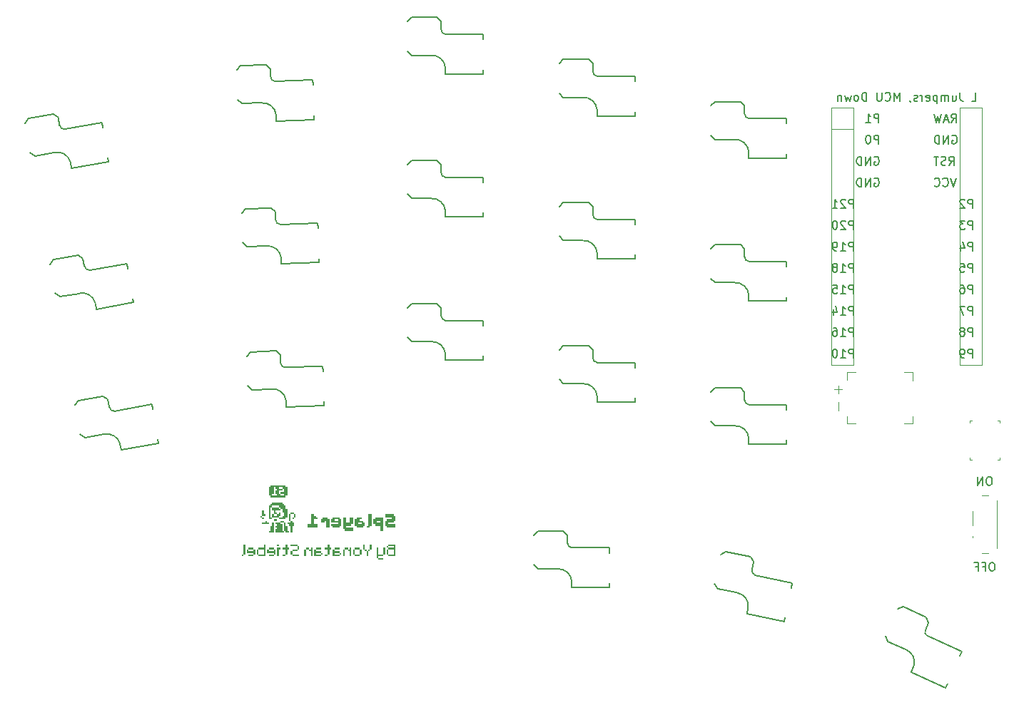
<source format=gbr>
%TF.GenerationSoftware,KiCad,Pcbnew,8.0.1*%
%TF.CreationDate,2024-04-29T16:42:10+03:00*%
%TF.ProjectId,ready_splayer_pcb,72656164-795f-4737-906c-617965725f70,v1.0.0*%
%TF.SameCoordinates,Original*%
%TF.FileFunction,Legend,Bot*%
%TF.FilePolarity,Positive*%
%FSLAX46Y46*%
G04 Gerber Fmt 4.6, Leading zero omitted, Abs format (unit mm)*
G04 Created by KiCad (PCBNEW 8.0.1) date 2024-04-29 16:42:10*
%MOMM*%
%LPD*%
G01*
G04 APERTURE LIST*
%ADD10C,0.150000*%
%ADD11C,0.120000*%
%ADD12C,0.100000*%
%ADD13C,0.000000*%
G04 APERTURE END LIST*
D10*
X197672499Y-105577379D02*
X197482023Y-105577379D01*
X197482023Y-105577379D02*
X197386785Y-105624998D01*
X197386785Y-105624998D02*
X197291547Y-105720236D01*
X197291547Y-105720236D02*
X197243928Y-105910712D01*
X197243928Y-105910712D02*
X197243928Y-106244045D01*
X197243928Y-106244045D02*
X197291547Y-106434521D01*
X197291547Y-106434521D02*
X197386785Y-106529760D01*
X197386785Y-106529760D02*
X197482023Y-106577379D01*
X197482023Y-106577379D02*
X197672499Y-106577379D01*
X197672499Y-106577379D02*
X197767737Y-106529760D01*
X197767737Y-106529760D02*
X197862975Y-106434521D01*
X197862975Y-106434521D02*
X197910594Y-106244045D01*
X197910594Y-106244045D02*
X197910594Y-105910712D01*
X197910594Y-105910712D02*
X197862975Y-105720236D01*
X197862975Y-105720236D02*
X197767737Y-105624998D01*
X197767737Y-105624998D02*
X197672499Y-105577379D01*
X196815356Y-106577379D02*
X196815356Y-105577379D01*
X196815356Y-105577379D02*
X196243928Y-106577379D01*
X196243928Y-106577379D02*
X196243928Y-105577379D01*
X198005832Y-115747379D02*
X197815356Y-115747379D01*
X197815356Y-115747379D02*
X197720118Y-115794998D01*
X197720118Y-115794998D02*
X197624880Y-115890236D01*
X197624880Y-115890236D02*
X197577261Y-116080712D01*
X197577261Y-116080712D02*
X197577261Y-116414045D01*
X197577261Y-116414045D02*
X197624880Y-116604521D01*
X197624880Y-116604521D02*
X197720118Y-116699760D01*
X197720118Y-116699760D02*
X197815356Y-116747379D01*
X197815356Y-116747379D02*
X198005832Y-116747379D01*
X198005832Y-116747379D02*
X198101070Y-116699760D01*
X198101070Y-116699760D02*
X198196308Y-116604521D01*
X198196308Y-116604521D02*
X198243927Y-116414045D01*
X198243927Y-116414045D02*
X198243927Y-116080712D01*
X198243927Y-116080712D02*
X198196308Y-115890236D01*
X198196308Y-115890236D02*
X198101070Y-115794998D01*
X198101070Y-115794998D02*
X198005832Y-115747379D01*
X196815356Y-116223569D02*
X197148689Y-116223569D01*
X197148689Y-116747379D02*
X197148689Y-115747379D01*
X197148689Y-115747379D02*
X196672499Y-115747379D01*
X195958213Y-116223569D02*
X196291546Y-116223569D01*
X196291546Y-116747379D02*
X196291546Y-115747379D01*
X196291546Y-115747379D02*
X195815356Y-115747379D01*
X195616423Y-86331380D02*
X195616423Y-85331380D01*
X195616423Y-85331380D02*
X195235471Y-85331380D01*
X195235471Y-85331380D02*
X195140233Y-85378999D01*
X195140233Y-85378999D02*
X195092614Y-85426618D01*
X195092614Y-85426618D02*
X195044995Y-85521856D01*
X195044995Y-85521856D02*
X195044995Y-85664713D01*
X195044995Y-85664713D02*
X195092614Y-85759951D01*
X195092614Y-85759951D02*
X195140233Y-85807570D01*
X195140233Y-85807570D02*
X195235471Y-85855189D01*
X195235471Y-85855189D02*
X195616423Y-85855189D01*
X194711661Y-85331380D02*
X194044995Y-85331380D01*
X194044995Y-85331380D02*
X194473566Y-86331380D01*
X181466674Y-91411382D02*
X181466674Y-90411382D01*
X181466674Y-90411382D02*
X181085722Y-90411382D01*
X181085722Y-90411382D02*
X180990484Y-90459001D01*
X180990484Y-90459001D02*
X180942865Y-90506620D01*
X180942865Y-90506620D02*
X180895246Y-90601858D01*
X180895246Y-90601858D02*
X180895246Y-90744715D01*
X180895246Y-90744715D02*
X180942865Y-90839953D01*
X180942865Y-90839953D02*
X180990484Y-90887572D01*
X180990484Y-90887572D02*
X181085722Y-90935191D01*
X181085722Y-90935191D02*
X181466674Y-90935191D01*
X179942865Y-91411382D02*
X180514293Y-91411382D01*
X180228579Y-91411382D02*
X180228579Y-90411382D01*
X180228579Y-90411382D02*
X180323817Y-90554239D01*
X180323817Y-90554239D02*
X180419055Y-90649477D01*
X180419055Y-90649477D02*
X180514293Y-90697096D01*
X179323817Y-90411382D02*
X179228579Y-90411382D01*
X179228579Y-90411382D02*
X179133341Y-90459001D01*
X179133341Y-90459001D02*
X179085722Y-90506620D01*
X179085722Y-90506620D02*
X179038103Y-90601858D01*
X179038103Y-90601858D02*
X178990484Y-90792334D01*
X178990484Y-90792334D02*
X178990484Y-91030429D01*
X178990484Y-91030429D02*
X179038103Y-91220905D01*
X179038103Y-91220905D02*
X179085722Y-91316143D01*
X179085722Y-91316143D02*
X179133341Y-91363763D01*
X179133341Y-91363763D02*
X179228579Y-91411382D01*
X179228579Y-91411382D02*
X179323817Y-91411382D01*
X179323817Y-91411382D02*
X179419055Y-91363763D01*
X179419055Y-91363763D02*
X179466674Y-91316143D01*
X179466674Y-91316143D02*
X179514293Y-91220905D01*
X179514293Y-91220905D02*
X179561912Y-91030429D01*
X179561912Y-91030429D02*
X179561912Y-90792334D01*
X179561912Y-90792334D02*
X179514293Y-90601858D01*
X179514293Y-90601858D02*
X179466674Y-90506620D01*
X179466674Y-90506620D02*
X179419055Y-90459001D01*
X179419055Y-90459001D02*
X179323817Y-90411382D01*
X195493930Y-60926381D02*
X195970120Y-60926381D01*
X195970120Y-60926381D02*
X195970120Y-59926381D01*
X194112977Y-59926381D02*
X194112977Y-60640666D01*
X194112977Y-60640666D02*
X194160596Y-60783523D01*
X194160596Y-60783523D02*
X194255834Y-60878762D01*
X194255834Y-60878762D02*
X194398691Y-60926381D01*
X194398691Y-60926381D02*
X194493929Y-60926381D01*
X193208215Y-60259714D02*
X193208215Y-60926381D01*
X193636786Y-60259714D02*
X193636786Y-60783523D01*
X193636786Y-60783523D02*
X193589167Y-60878762D01*
X193589167Y-60878762D02*
X193493929Y-60926381D01*
X193493929Y-60926381D02*
X193351072Y-60926381D01*
X193351072Y-60926381D02*
X193255834Y-60878762D01*
X193255834Y-60878762D02*
X193208215Y-60831142D01*
X192732024Y-60926381D02*
X192732024Y-60259714D01*
X192732024Y-60354952D02*
X192684405Y-60307333D01*
X192684405Y-60307333D02*
X192589167Y-60259714D01*
X192589167Y-60259714D02*
X192446310Y-60259714D01*
X192446310Y-60259714D02*
X192351072Y-60307333D01*
X192351072Y-60307333D02*
X192303453Y-60402571D01*
X192303453Y-60402571D02*
X192303453Y-60926381D01*
X192303453Y-60402571D02*
X192255834Y-60307333D01*
X192255834Y-60307333D02*
X192160596Y-60259714D01*
X192160596Y-60259714D02*
X192017739Y-60259714D01*
X192017739Y-60259714D02*
X191922500Y-60307333D01*
X191922500Y-60307333D02*
X191874881Y-60402571D01*
X191874881Y-60402571D02*
X191874881Y-60926381D01*
X191398691Y-60259714D02*
X191398691Y-61259714D01*
X191398691Y-60307333D02*
X191303453Y-60259714D01*
X191303453Y-60259714D02*
X191112977Y-60259714D01*
X191112977Y-60259714D02*
X191017739Y-60307333D01*
X191017739Y-60307333D02*
X190970120Y-60354952D01*
X190970120Y-60354952D02*
X190922501Y-60450190D01*
X190922501Y-60450190D02*
X190922501Y-60735904D01*
X190922501Y-60735904D02*
X190970120Y-60831142D01*
X190970120Y-60831142D02*
X191017739Y-60878762D01*
X191017739Y-60878762D02*
X191112977Y-60926381D01*
X191112977Y-60926381D02*
X191303453Y-60926381D01*
X191303453Y-60926381D02*
X191398691Y-60878762D01*
X190112977Y-60878762D02*
X190208215Y-60926381D01*
X190208215Y-60926381D02*
X190398691Y-60926381D01*
X190398691Y-60926381D02*
X190493929Y-60878762D01*
X190493929Y-60878762D02*
X190541548Y-60783523D01*
X190541548Y-60783523D02*
X190541548Y-60402571D01*
X190541548Y-60402571D02*
X190493929Y-60307333D01*
X190493929Y-60307333D02*
X190398691Y-60259714D01*
X190398691Y-60259714D02*
X190208215Y-60259714D01*
X190208215Y-60259714D02*
X190112977Y-60307333D01*
X190112977Y-60307333D02*
X190065358Y-60402571D01*
X190065358Y-60402571D02*
X190065358Y-60497809D01*
X190065358Y-60497809D02*
X190541548Y-60593047D01*
X189636786Y-60926381D02*
X189636786Y-60259714D01*
X189636786Y-60450190D02*
X189589167Y-60354952D01*
X189589167Y-60354952D02*
X189541548Y-60307333D01*
X189541548Y-60307333D02*
X189446310Y-60259714D01*
X189446310Y-60259714D02*
X189351072Y-60259714D01*
X189065357Y-60878762D02*
X188970119Y-60926381D01*
X188970119Y-60926381D02*
X188779643Y-60926381D01*
X188779643Y-60926381D02*
X188684405Y-60878762D01*
X188684405Y-60878762D02*
X188636786Y-60783523D01*
X188636786Y-60783523D02*
X188636786Y-60735904D01*
X188636786Y-60735904D02*
X188684405Y-60640666D01*
X188684405Y-60640666D02*
X188779643Y-60593047D01*
X188779643Y-60593047D02*
X188922500Y-60593047D01*
X188922500Y-60593047D02*
X189017738Y-60545428D01*
X189017738Y-60545428D02*
X189065357Y-60450190D01*
X189065357Y-60450190D02*
X189065357Y-60402571D01*
X189065357Y-60402571D02*
X189017738Y-60307333D01*
X189017738Y-60307333D02*
X188922500Y-60259714D01*
X188922500Y-60259714D02*
X188779643Y-60259714D01*
X188779643Y-60259714D02*
X188684405Y-60307333D01*
X188160595Y-60878762D02*
X188160595Y-60926381D01*
X188160595Y-60926381D02*
X188208214Y-61021619D01*
X188208214Y-61021619D02*
X188255833Y-61069238D01*
X186970119Y-60926381D02*
X186970119Y-59926381D01*
X186970119Y-59926381D02*
X186636786Y-60640666D01*
X186636786Y-60640666D02*
X186303453Y-59926381D01*
X186303453Y-59926381D02*
X186303453Y-60926381D01*
X185255834Y-60831142D02*
X185303453Y-60878762D01*
X185303453Y-60878762D02*
X185446310Y-60926381D01*
X185446310Y-60926381D02*
X185541548Y-60926381D01*
X185541548Y-60926381D02*
X185684405Y-60878762D01*
X185684405Y-60878762D02*
X185779643Y-60783523D01*
X185779643Y-60783523D02*
X185827262Y-60688285D01*
X185827262Y-60688285D02*
X185874881Y-60497809D01*
X185874881Y-60497809D02*
X185874881Y-60354952D01*
X185874881Y-60354952D02*
X185827262Y-60164476D01*
X185827262Y-60164476D02*
X185779643Y-60069238D01*
X185779643Y-60069238D02*
X185684405Y-59974000D01*
X185684405Y-59974000D02*
X185541548Y-59926381D01*
X185541548Y-59926381D02*
X185446310Y-59926381D01*
X185446310Y-59926381D02*
X185303453Y-59974000D01*
X185303453Y-59974000D02*
X185255834Y-60021619D01*
X184827262Y-59926381D02*
X184827262Y-60735904D01*
X184827262Y-60735904D02*
X184779643Y-60831142D01*
X184779643Y-60831142D02*
X184732024Y-60878762D01*
X184732024Y-60878762D02*
X184636786Y-60926381D01*
X184636786Y-60926381D02*
X184446310Y-60926381D01*
X184446310Y-60926381D02*
X184351072Y-60878762D01*
X184351072Y-60878762D02*
X184303453Y-60831142D01*
X184303453Y-60831142D02*
X184255834Y-60735904D01*
X184255834Y-60735904D02*
X184255834Y-59926381D01*
X183017738Y-60926381D02*
X183017738Y-59926381D01*
X183017738Y-59926381D02*
X182779643Y-59926381D01*
X182779643Y-59926381D02*
X182636786Y-59974000D01*
X182636786Y-59974000D02*
X182541548Y-60069238D01*
X182541548Y-60069238D02*
X182493929Y-60164476D01*
X182493929Y-60164476D02*
X182446310Y-60354952D01*
X182446310Y-60354952D02*
X182446310Y-60497809D01*
X182446310Y-60497809D02*
X182493929Y-60688285D01*
X182493929Y-60688285D02*
X182541548Y-60783523D01*
X182541548Y-60783523D02*
X182636786Y-60878762D01*
X182636786Y-60878762D02*
X182779643Y-60926381D01*
X182779643Y-60926381D02*
X183017738Y-60926381D01*
X181874881Y-60926381D02*
X181970119Y-60878762D01*
X181970119Y-60878762D02*
X182017738Y-60831142D01*
X182017738Y-60831142D02*
X182065357Y-60735904D01*
X182065357Y-60735904D02*
X182065357Y-60450190D01*
X182065357Y-60450190D02*
X182017738Y-60354952D01*
X182017738Y-60354952D02*
X181970119Y-60307333D01*
X181970119Y-60307333D02*
X181874881Y-60259714D01*
X181874881Y-60259714D02*
X181732024Y-60259714D01*
X181732024Y-60259714D02*
X181636786Y-60307333D01*
X181636786Y-60307333D02*
X181589167Y-60354952D01*
X181589167Y-60354952D02*
X181541548Y-60450190D01*
X181541548Y-60450190D02*
X181541548Y-60735904D01*
X181541548Y-60735904D02*
X181589167Y-60831142D01*
X181589167Y-60831142D02*
X181636786Y-60878762D01*
X181636786Y-60878762D02*
X181732024Y-60926381D01*
X181732024Y-60926381D02*
X181874881Y-60926381D01*
X181208214Y-60259714D02*
X181017738Y-60926381D01*
X181017738Y-60926381D02*
X180827262Y-60450190D01*
X180827262Y-60450190D02*
X180636786Y-60926381D01*
X180636786Y-60926381D02*
X180446310Y-60259714D01*
X180065357Y-60259714D02*
X180065357Y-60926381D01*
X180065357Y-60354952D02*
X180017738Y-60307333D01*
X180017738Y-60307333D02*
X179922500Y-60259714D01*
X179922500Y-60259714D02*
X179779643Y-60259714D01*
X179779643Y-60259714D02*
X179684405Y-60307333D01*
X179684405Y-60307333D02*
X179636786Y-60402571D01*
X179636786Y-60402571D02*
X179636786Y-60926381D01*
X184466674Y-66011379D02*
X184466674Y-65011379D01*
X184466674Y-65011379D02*
X184085722Y-65011379D01*
X184085722Y-65011379D02*
X183990484Y-65058998D01*
X183990484Y-65058998D02*
X183942865Y-65106617D01*
X183942865Y-65106617D02*
X183895246Y-65201855D01*
X183895246Y-65201855D02*
X183895246Y-65344712D01*
X183895246Y-65344712D02*
X183942865Y-65439950D01*
X183942865Y-65439950D02*
X183990484Y-65487569D01*
X183990484Y-65487569D02*
X184085722Y-65535188D01*
X184085722Y-65535188D02*
X184466674Y-65535188D01*
X183276198Y-65011379D02*
X183180960Y-65011379D01*
X183180960Y-65011379D02*
X183085722Y-65058998D01*
X183085722Y-65058998D02*
X183038103Y-65106617D01*
X183038103Y-65106617D02*
X182990484Y-65201855D01*
X182990484Y-65201855D02*
X182942865Y-65392331D01*
X182942865Y-65392331D02*
X182942865Y-65630426D01*
X182942865Y-65630426D02*
X182990484Y-65820902D01*
X182990484Y-65820902D02*
X183038103Y-65916140D01*
X183038103Y-65916140D02*
X183085722Y-65963760D01*
X183085722Y-65963760D02*
X183180960Y-66011379D01*
X183180960Y-66011379D02*
X183276198Y-66011379D01*
X183276198Y-66011379D02*
X183371436Y-65963760D01*
X183371436Y-65963760D02*
X183419055Y-65916140D01*
X183419055Y-65916140D02*
X183466674Y-65820902D01*
X183466674Y-65820902D02*
X183514293Y-65630426D01*
X183514293Y-65630426D02*
X183514293Y-65392331D01*
X183514293Y-65392331D02*
X183466674Y-65201855D01*
X183466674Y-65201855D02*
X183419055Y-65106617D01*
X183419055Y-65106617D02*
X183371436Y-65058998D01*
X183371436Y-65058998D02*
X183276198Y-65011379D01*
X184466674Y-63471382D02*
X184466674Y-62471382D01*
X184466674Y-62471382D02*
X184085722Y-62471382D01*
X184085722Y-62471382D02*
X183990484Y-62519001D01*
X183990484Y-62519001D02*
X183942865Y-62566620D01*
X183942865Y-62566620D02*
X183895246Y-62661858D01*
X183895246Y-62661858D02*
X183895246Y-62804715D01*
X183895246Y-62804715D02*
X183942865Y-62899953D01*
X183942865Y-62899953D02*
X183990484Y-62947572D01*
X183990484Y-62947572D02*
X184085722Y-62995191D01*
X184085722Y-62995191D02*
X184466674Y-62995191D01*
X182942865Y-63471382D02*
X183514293Y-63471382D01*
X183228579Y-63471382D02*
X183228579Y-62471382D01*
X183228579Y-62471382D02*
X183323817Y-62614239D01*
X183323817Y-62614239D02*
X183419055Y-62709477D01*
X183419055Y-62709477D02*
X183514293Y-62757096D01*
X195616423Y-83791381D02*
X195616423Y-82791381D01*
X195616423Y-82791381D02*
X195235471Y-82791381D01*
X195235471Y-82791381D02*
X195140233Y-82839000D01*
X195140233Y-82839000D02*
X195092614Y-82886619D01*
X195092614Y-82886619D02*
X195044995Y-82981857D01*
X195044995Y-82981857D02*
X195044995Y-83124714D01*
X195044995Y-83124714D02*
X195092614Y-83219952D01*
X195092614Y-83219952D02*
X195140233Y-83267571D01*
X195140233Y-83267571D02*
X195235471Y-83315190D01*
X195235471Y-83315190D02*
X195616423Y-83315190D01*
X194187852Y-82791381D02*
X194378328Y-82791381D01*
X194378328Y-82791381D02*
X194473566Y-82839000D01*
X194473566Y-82839000D02*
X194521185Y-82886619D01*
X194521185Y-82886619D02*
X194616423Y-83029476D01*
X194616423Y-83029476D02*
X194664042Y-83219952D01*
X194664042Y-83219952D02*
X194664042Y-83600904D01*
X194664042Y-83600904D02*
X194616423Y-83696142D01*
X194616423Y-83696142D02*
X194568804Y-83743762D01*
X194568804Y-83743762D02*
X194473566Y-83791381D01*
X194473566Y-83791381D02*
X194283090Y-83791381D01*
X194283090Y-83791381D02*
X194187852Y-83743762D01*
X194187852Y-83743762D02*
X194140233Y-83696142D01*
X194140233Y-83696142D02*
X194092614Y-83600904D01*
X194092614Y-83600904D02*
X194092614Y-83362809D01*
X194092614Y-83362809D02*
X194140233Y-83267571D01*
X194140233Y-83267571D02*
X194187852Y-83219952D01*
X194187852Y-83219952D02*
X194283090Y-83172333D01*
X194283090Y-83172333D02*
X194473566Y-83172333D01*
X194473566Y-83172333D02*
X194568804Y-83219952D01*
X194568804Y-83219952D02*
X194616423Y-83267571D01*
X194616423Y-83267571D02*
X194664042Y-83362809D01*
X193092614Y-63471381D02*
X193425947Y-62995190D01*
X193664042Y-63471381D02*
X193664042Y-62471381D01*
X193664042Y-62471381D02*
X193283090Y-62471381D01*
X193283090Y-62471381D02*
X193187852Y-62519000D01*
X193187852Y-62519000D02*
X193140233Y-62566619D01*
X193140233Y-62566619D02*
X193092614Y-62661857D01*
X193092614Y-62661857D02*
X193092614Y-62804714D01*
X193092614Y-62804714D02*
X193140233Y-62899952D01*
X193140233Y-62899952D02*
X193187852Y-62947571D01*
X193187852Y-62947571D02*
X193283090Y-62995190D01*
X193283090Y-62995190D02*
X193664042Y-62995190D01*
X192711661Y-63185666D02*
X192235471Y-63185666D01*
X192806899Y-63471381D02*
X192473566Y-62471381D01*
X192473566Y-62471381D02*
X192140233Y-63471381D01*
X191902137Y-62471381D02*
X191664042Y-63471381D01*
X191664042Y-63471381D02*
X191473566Y-62757095D01*
X191473566Y-62757095D02*
X191283090Y-63471381D01*
X191283090Y-63471381D02*
X191044995Y-62471381D01*
X181466675Y-81251383D02*
X181466675Y-80251383D01*
X181466675Y-80251383D02*
X181085723Y-80251383D01*
X181085723Y-80251383D02*
X180990485Y-80299002D01*
X180990485Y-80299002D02*
X180942866Y-80346621D01*
X180942866Y-80346621D02*
X180895247Y-80441859D01*
X180895247Y-80441859D02*
X180895247Y-80584716D01*
X180895247Y-80584716D02*
X180942866Y-80679954D01*
X180942866Y-80679954D02*
X180990485Y-80727573D01*
X180990485Y-80727573D02*
X181085723Y-80775192D01*
X181085723Y-80775192D02*
X181466675Y-80775192D01*
X179942866Y-81251383D02*
X180514294Y-81251383D01*
X180228580Y-81251383D02*
X180228580Y-80251383D01*
X180228580Y-80251383D02*
X180323818Y-80394240D01*
X180323818Y-80394240D02*
X180419056Y-80489478D01*
X180419056Y-80489478D02*
X180514294Y-80537097D01*
X179371437Y-80679954D02*
X179466675Y-80632335D01*
X179466675Y-80632335D02*
X179514294Y-80584716D01*
X179514294Y-80584716D02*
X179561913Y-80489478D01*
X179561913Y-80489478D02*
X179561913Y-80441859D01*
X179561913Y-80441859D02*
X179514294Y-80346621D01*
X179514294Y-80346621D02*
X179466675Y-80299002D01*
X179466675Y-80299002D02*
X179371437Y-80251383D01*
X179371437Y-80251383D02*
X179180961Y-80251383D01*
X179180961Y-80251383D02*
X179085723Y-80299002D01*
X179085723Y-80299002D02*
X179038104Y-80346621D01*
X179038104Y-80346621D02*
X178990485Y-80441859D01*
X178990485Y-80441859D02*
X178990485Y-80489478D01*
X178990485Y-80489478D02*
X179038104Y-80584716D01*
X179038104Y-80584716D02*
X179085723Y-80632335D01*
X179085723Y-80632335D02*
X179180961Y-80679954D01*
X179180961Y-80679954D02*
X179371437Y-80679954D01*
X179371437Y-80679954D02*
X179466675Y-80727573D01*
X179466675Y-80727573D02*
X179514294Y-80775192D01*
X179514294Y-80775192D02*
X179561913Y-80870430D01*
X179561913Y-80870430D02*
X179561913Y-81060906D01*
X179561913Y-81060906D02*
X179514294Y-81156144D01*
X179514294Y-81156144D02*
X179466675Y-81203764D01*
X179466675Y-81203764D02*
X179371437Y-81251383D01*
X179371437Y-81251383D02*
X179180961Y-81251383D01*
X179180961Y-81251383D02*
X179085723Y-81203764D01*
X179085723Y-81203764D02*
X179038104Y-81156144D01*
X179038104Y-81156144D02*
X178990485Y-81060906D01*
X178990485Y-81060906D02*
X178990485Y-80870430D01*
X178990485Y-80870430D02*
X179038104Y-80775192D01*
X179038104Y-80775192D02*
X179085723Y-80727573D01*
X179085723Y-80727573D02*
X179180961Y-80679954D01*
X193664042Y-70091381D02*
X193330709Y-71091381D01*
X193330709Y-71091381D02*
X192997376Y-70091381D01*
X192092614Y-70996142D02*
X192140233Y-71043762D01*
X192140233Y-71043762D02*
X192283090Y-71091381D01*
X192283090Y-71091381D02*
X192378328Y-71091381D01*
X192378328Y-71091381D02*
X192521185Y-71043762D01*
X192521185Y-71043762D02*
X192616423Y-70948523D01*
X192616423Y-70948523D02*
X192664042Y-70853285D01*
X192664042Y-70853285D02*
X192711661Y-70662809D01*
X192711661Y-70662809D02*
X192711661Y-70519952D01*
X192711661Y-70519952D02*
X192664042Y-70329476D01*
X192664042Y-70329476D02*
X192616423Y-70234238D01*
X192616423Y-70234238D02*
X192521185Y-70139000D01*
X192521185Y-70139000D02*
X192378328Y-70091381D01*
X192378328Y-70091381D02*
X192283090Y-70091381D01*
X192283090Y-70091381D02*
X192140233Y-70139000D01*
X192140233Y-70139000D02*
X192092614Y-70186619D01*
X191092614Y-70996142D02*
X191140233Y-71043762D01*
X191140233Y-71043762D02*
X191283090Y-71091381D01*
X191283090Y-71091381D02*
X191378328Y-71091381D01*
X191378328Y-71091381D02*
X191521185Y-71043762D01*
X191521185Y-71043762D02*
X191616423Y-70948523D01*
X191616423Y-70948523D02*
X191664042Y-70853285D01*
X191664042Y-70853285D02*
X191711661Y-70662809D01*
X191711661Y-70662809D02*
X191711661Y-70519952D01*
X191711661Y-70519952D02*
X191664042Y-70329476D01*
X191664042Y-70329476D02*
X191616423Y-70234238D01*
X191616423Y-70234238D02*
X191521185Y-70139000D01*
X191521185Y-70139000D02*
X191378328Y-70091381D01*
X191378328Y-70091381D02*
X191283090Y-70091381D01*
X191283090Y-70091381D02*
X191140233Y-70139000D01*
X191140233Y-70139000D02*
X191092614Y-70186619D01*
X181466675Y-83791381D02*
X181466675Y-82791381D01*
X181466675Y-82791381D02*
X181085723Y-82791381D01*
X181085723Y-82791381D02*
X180990485Y-82839000D01*
X180990485Y-82839000D02*
X180942866Y-82886619D01*
X180942866Y-82886619D02*
X180895247Y-82981857D01*
X180895247Y-82981857D02*
X180895247Y-83124714D01*
X180895247Y-83124714D02*
X180942866Y-83219952D01*
X180942866Y-83219952D02*
X180990485Y-83267571D01*
X180990485Y-83267571D02*
X181085723Y-83315190D01*
X181085723Y-83315190D02*
X181466675Y-83315190D01*
X179942866Y-83791381D02*
X180514294Y-83791381D01*
X180228580Y-83791381D02*
X180228580Y-82791381D01*
X180228580Y-82791381D02*
X180323818Y-82934238D01*
X180323818Y-82934238D02*
X180419056Y-83029476D01*
X180419056Y-83029476D02*
X180514294Y-83077095D01*
X179038104Y-82791381D02*
X179514294Y-82791381D01*
X179514294Y-82791381D02*
X179561913Y-83267571D01*
X179561913Y-83267571D02*
X179514294Y-83219952D01*
X179514294Y-83219952D02*
X179419056Y-83172333D01*
X179419056Y-83172333D02*
X179180961Y-83172333D01*
X179180961Y-83172333D02*
X179085723Y-83219952D01*
X179085723Y-83219952D02*
X179038104Y-83267571D01*
X179038104Y-83267571D02*
X178990485Y-83362809D01*
X178990485Y-83362809D02*
X178990485Y-83600904D01*
X178990485Y-83600904D02*
X179038104Y-83696142D01*
X179038104Y-83696142D02*
X179085723Y-83743762D01*
X179085723Y-83743762D02*
X179180961Y-83791381D01*
X179180961Y-83791381D02*
X179419056Y-83791381D01*
X179419056Y-83791381D02*
X179514294Y-83743762D01*
X179514294Y-83743762D02*
X179561913Y-83696142D01*
X183942865Y-70139000D02*
X184038103Y-70091381D01*
X184038103Y-70091381D02*
X184180960Y-70091381D01*
X184180960Y-70091381D02*
X184323817Y-70139000D01*
X184323817Y-70139000D02*
X184419055Y-70234238D01*
X184419055Y-70234238D02*
X184466674Y-70329476D01*
X184466674Y-70329476D02*
X184514293Y-70519952D01*
X184514293Y-70519952D02*
X184514293Y-70662809D01*
X184514293Y-70662809D02*
X184466674Y-70853285D01*
X184466674Y-70853285D02*
X184419055Y-70948523D01*
X184419055Y-70948523D02*
X184323817Y-71043762D01*
X184323817Y-71043762D02*
X184180960Y-71091381D01*
X184180960Y-71091381D02*
X184085722Y-71091381D01*
X184085722Y-71091381D02*
X183942865Y-71043762D01*
X183942865Y-71043762D02*
X183895246Y-70996142D01*
X183895246Y-70996142D02*
X183895246Y-70662809D01*
X183895246Y-70662809D02*
X184085722Y-70662809D01*
X183466674Y-71091381D02*
X183466674Y-70091381D01*
X183466674Y-70091381D02*
X182895246Y-71091381D01*
X182895246Y-71091381D02*
X182895246Y-70091381D01*
X182419055Y-71091381D02*
X182419055Y-70091381D01*
X182419055Y-70091381D02*
X182180960Y-70091381D01*
X182180960Y-70091381D02*
X182038103Y-70139000D01*
X182038103Y-70139000D02*
X181942865Y-70234238D01*
X181942865Y-70234238D02*
X181895246Y-70329476D01*
X181895246Y-70329476D02*
X181847627Y-70519952D01*
X181847627Y-70519952D02*
X181847627Y-70662809D01*
X181847627Y-70662809D02*
X181895246Y-70853285D01*
X181895246Y-70853285D02*
X181942865Y-70948523D01*
X181942865Y-70948523D02*
X182038103Y-71043762D01*
X182038103Y-71043762D02*
X182180960Y-71091381D01*
X182180960Y-71091381D02*
X182419055Y-71091381D01*
X181466674Y-78711381D02*
X181466674Y-77711381D01*
X181466674Y-77711381D02*
X181085722Y-77711381D01*
X181085722Y-77711381D02*
X180990484Y-77759000D01*
X180990484Y-77759000D02*
X180942865Y-77806619D01*
X180942865Y-77806619D02*
X180895246Y-77901857D01*
X180895246Y-77901857D02*
X180895246Y-78044714D01*
X180895246Y-78044714D02*
X180942865Y-78139952D01*
X180942865Y-78139952D02*
X180990484Y-78187571D01*
X180990484Y-78187571D02*
X181085722Y-78235190D01*
X181085722Y-78235190D02*
X181466674Y-78235190D01*
X179942865Y-78711381D02*
X180514293Y-78711381D01*
X180228579Y-78711381D02*
X180228579Y-77711381D01*
X180228579Y-77711381D02*
X180323817Y-77854238D01*
X180323817Y-77854238D02*
X180419055Y-77949476D01*
X180419055Y-77949476D02*
X180514293Y-77997095D01*
X179466674Y-78711381D02*
X179276198Y-78711381D01*
X179276198Y-78711381D02*
X179180960Y-78663762D01*
X179180960Y-78663762D02*
X179133341Y-78616142D01*
X179133341Y-78616142D02*
X179038103Y-78473285D01*
X179038103Y-78473285D02*
X178990484Y-78282809D01*
X178990484Y-78282809D02*
X178990484Y-77901857D01*
X178990484Y-77901857D02*
X179038103Y-77806619D01*
X179038103Y-77806619D02*
X179085722Y-77759000D01*
X179085722Y-77759000D02*
X179180960Y-77711381D01*
X179180960Y-77711381D02*
X179371436Y-77711381D01*
X179371436Y-77711381D02*
X179466674Y-77759000D01*
X179466674Y-77759000D02*
X179514293Y-77806619D01*
X179514293Y-77806619D02*
X179561912Y-77901857D01*
X179561912Y-77901857D02*
X179561912Y-78139952D01*
X179561912Y-78139952D02*
X179514293Y-78235190D01*
X179514293Y-78235190D02*
X179466674Y-78282809D01*
X179466674Y-78282809D02*
X179371436Y-78330428D01*
X179371436Y-78330428D02*
X179180960Y-78330428D01*
X179180960Y-78330428D02*
X179085722Y-78282809D01*
X179085722Y-78282809D02*
X179038103Y-78235190D01*
X179038103Y-78235190D02*
X178990484Y-78139952D01*
X181466674Y-86331380D02*
X181466674Y-85331380D01*
X181466674Y-85331380D02*
X181085722Y-85331380D01*
X181085722Y-85331380D02*
X180990484Y-85378999D01*
X180990484Y-85378999D02*
X180942865Y-85426618D01*
X180942865Y-85426618D02*
X180895246Y-85521856D01*
X180895246Y-85521856D02*
X180895246Y-85664713D01*
X180895246Y-85664713D02*
X180942865Y-85759951D01*
X180942865Y-85759951D02*
X180990484Y-85807570D01*
X180990484Y-85807570D02*
X181085722Y-85855189D01*
X181085722Y-85855189D02*
X181466674Y-85855189D01*
X179942865Y-86331380D02*
X180514293Y-86331380D01*
X180228579Y-86331380D02*
X180228579Y-85331380D01*
X180228579Y-85331380D02*
X180323817Y-85474237D01*
X180323817Y-85474237D02*
X180419055Y-85569475D01*
X180419055Y-85569475D02*
X180514293Y-85617094D01*
X179085722Y-85664713D02*
X179085722Y-86331380D01*
X179323817Y-85283761D02*
X179561912Y-85998046D01*
X179561912Y-85998046D02*
X178942865Y-85998046D01*
X181466674Y-76171381D02*
X181466674Y-75171381D01*
X181466674Y-75171381D02*
X181085722Y-75171381D01*
X181085722Y-75171381D02*
X180990484Y-75219000D01*
X180990484Y-75219000D02*
X180942865Y-75266619D01*
X180942865Y-75266619D02*
X180895246Y-75361857D01*
X180895246Y-75361857D02*
X180895246Y-75504714D01*
X180895246Y-75504714D02*
X180942865Y-75599952D01*
X180942865Y-75599952D02*
X180990484Y-75647571D01*
X180990484Y-75647571D02*
X181085722Y-75695190D01*
X181085722Y-75695190D02*
X181466674Y-75695190D01*
X180514293Y-75266619D02*
X180466674Y-75219000D01*
X180466674Y-75219000D02*
X180371436Y-75171381D01*
X180371436Y-75171381D02*
X180133341Y-75171381D01*
X180133341Y-75171381D02*
X180038103Y-75219000D01*
X180038103Y-75219000D02*
X179990484Y-75266619D01*
X179990484Y-75266619D02*
X179942865Y-75361857D01*
X179942865Y-75361857D02*
X179942865Y-75457095D01*
X179942865Y-75457095D02*
X179990484Y-75599952D01*
X179990484Y-75599952D02*
X180561912Y-76171381D01*
X180561912Y-76171381D02*
X179942865Y-76171381D01*
X179323817Y-75171381D02*
X179228579Y-75171381D01*
X179228579Y-75171381D02*
X179133341Y-75219000D01*
X179133341Y-75219000D02*
X179085722Y-75266619D01*
X179085722Y-75266619D02*
X179038103Y-75361857D01*
X179038103Y-75361857D02*
X178990484Y-75552333D01*
X178990484Y-75552333D02*
X178990484Y-75790428D01*
X178990484Y-75790428D02*
X179038103Y-75980904D01*
X179038103Y-75980904D02*
X179085722Y-76076142D01*
X179085722Y-76076142D02*
X179133341Y-76123762D01*
X179133341Y-76123762D02*
X179228579Y-76171381D01*
X179228579Y-76171381D02*
X179323817Y-76171381D01*
X179323817Y-76171381D02*
X179419055Y-76123762D01*
X179419055Y-76123762D02*
X179466674Y-76076142D01*
X179466674Y-76076142D02*
X179514293Y-75980904D01*
X179514293Y-75980904D02*
X179561912Y-75790428D01*
X179561912Y-75790428D02*
X179561912Y-75552333D01*
X179561912Y-75552333D02*
X179514293Y-75361857D01*
X179514293Y-75361857D02*
X179466674Y-75266619D01*
X179466674Y-75266619D02*
X179419055Y-75219000D01*
X179419055Y-75219000D02*
X179323817Y-75171381D01*
X195616423Y-73631381D02*
X195616423Y-72631381D01*
X195616423Y-72631381D02*
X195235471Y-72631381D01*
X195235471Y-72631381D02*
X195140233Y-72679000D01*
X195140233Y-72679000D02*
X195092614Y-72726619D01*
X195092614Y-72726619D02*
X195044995Y-72821857D01*
X195044995Y-72821857D02*
X195044995Y-72964714D01*
X195044995Y-72964714D02*
X195092614Y-73059952D01*
X195092614Y-73059952D02*
X195140233Y-73107571D01*
X195140233Y-73107571D02*
X195235471Y-73155190D01*
X195235471Y-73155190D02*
X195616423Y-73155190D01*
X194664042Y-72726619D02*
X194616423Y-72679000D01*
X194616423Y-72679000D02*
X194521185Y-72631381D01*
X194521185Y-72631381D02*
X194283090Y-72631381D01*
X194283090Y-72631381D02*
X194187852Y-72679000D01*
X194187852Y-72679000D02*
X194140233Y-72726619D01*
X194140233Y-72726619D02*
X194092614Y-72821857D01*
X194092614Y-72821857D02*
X194092614Y-72917095D01*
X194092614Y-72917095D02*
X194140233Y-73059952D01*
X194140233Y-73059952D02*
X194711661Y-73631381D01*
X194711661Y-73631381D02*
X194092614Y-73631381D01*
X195616422Y-91411381D02*
X195616422Y-90411381D01*
X195616422Y-90411381D02*
X195235470Y-90411381D01*
X195235470Y-90411381D02*
X195140232Y-90459000D01*
X195140232Y-90459000D02*
X195092613Y-90506619D01*
X195092613Y-90506619D02*
X195044994Y-90601857D01*
X195044994Y-90601857D02*
X195044994Y-90744714D01*
X195044994Y-90744714D02*
X195092613Y-90839952D01*
X195092613Y-90839952D02*
X195140232Y-90887571D01*
X195140232Y-90887571D02*
X195235470Y-90935190D01*
X195235470Y-90935190D02*
X195616422Y-90935190D01*
X194568803Y-91411381D02*
X194378327Y-91411381D01*
X194378327Y-91411381D02*
X194283089Y-91363762D01*
X194283089Y-91363762D02*
X194235470Y-91316142D01*
X194235470Y-91316142D02*
X194140232Y-91173285D01*
X194140232Y-91173285D02*
X194092613Y-90982809D01*
X194092613Y-90982809D02*
X194092613Y-90601857D01*
X194092613Y-90601857D02*
X194140232Y-90506619D01*
X194140232Y-90506619D02*
X194187851Y-90459000D01*
X194187851Y-90459000D02*
X194283089Y-90411381D01*
X194283089Y-90411381D02*
X194473565Y-90411381D01*
X194473565Y-90411381D02*
X194568803Y-90459000D01*
X194568803Y-90459000D02*
X194616422Y-90506619D01*
X194616422Y-90506619D02*
X194664041Y-90601857D01*
X194664041Y-90601857D02*
X194664041Y-90839952D01*
X194664041Y-90839952D02*
X194616422Y-90935190D01*
X194616422Y-90935190D02*
X194568803Y-90982809D01*
X194568803Y-90982809D02*
X194473565Y-91030428D01*
X194473565Y-91030428D02*
X194283089Y-91030428D01*
X194283089Y-91030428D02*
X194187851Y-90982809D01*
X194187851Y-90982809D02*
X194140232Y-90935190D01*
X194140232Y-90935190D02*
X194092613Y-90839952D01*
X195616423Y-81251381D02*
X195616423Y-80251381D01*
X195616423Y-80251381D02*
X195235471Y-80251381D01*
X195235471Y-80251381D02*
X195140233Y-80299000D01*
X195140233Y-80299000D02*
X195092614Y-80346619D01*
X195092614Y-80346619D02*
X195044995Y-80441857D01*
X195044995Y-80441857D02*
X195044995Y-80584714D01*
X195044995Y-80584714D02*
X195092614Y-80679952D01*
X195092614Y-80679952D02*
X195140233Y-80727571D01*
X195140233Y-80727571D02*
X195235471Y-80775190D01*
X195235471Y-80775190D02*
X195616423Y-80775190D01*
X194140233Y-80251381D02*
X194616423Y-80251381D01*
X194616423Y-80251381D02*
X194664042Y-80727571D01*
X194664042Y-80727571D02*
X194616423Y-80679952D01*
X194616423Y-80679952D02*
X194521185Y-80632333D01*
X194521185Y-80632333D02*
X194283090Y-80632333D01*
X194283090Y-80632333D02*
X194187852Y-80679952D01*
X194187852Y-80679952D02*
X194140233Y-80727571D01*
X194140233Y-80727571D02*
X194092614Y-80822809D01*
X194092614Y-80822809D02*
X194092614Y-81060904D01*
X194092614Y-81060904D02*
X194140233Y-81156142D01*
X194140233Y-81156142D02*
X194187852Y-81203762D01*
X194187852Y-81203762D02*
X194283090Y-81251381D01*
X194283090Y-81251381D02*
X194521185Y-81251381D01*
X194521185Y-81251381D02*
X194616423Y-81203762D01*
X194616423Y-81203762D02*
X194664042Y-81156142D01*
X193187852Y-65059000D02*
X193283090Y-65011381D01*
X193283090Y-65011381D02*
X193425947Y-65011381D01*
X193425947Y-65011381D02*
X193568804Y-65059000D01*
X193568804Y-65059000D02*
X193664042Y-65154238D01*
X193664042Y-65154238D02*
X193711661Y-65249476D01*
X193711661Y-65249476D02*
X193759280Y-65439952D01*
X193759280Y-65439952D02*
X193759280Y-65582809D01*
X193759280Y-65582809D02*
X193711661Y-65773285D01*
X193711661Y-65773285D02*
X193664042Y-65868523D01*
X193664042Y-65868523D02*
X193568804Y-65963762D01*
X193568804Y-65963762D02*
X193425947Y-66011381D01*
X193425947Y-66011381D02*
X193330709Y-66011381D01*
X193330709Y-66011381D02*
X193187852Y-65963762D01*
X193187852Y-65963762D02*
X193140233Y-65916142D01*
X193140233Y-65916142D02*
X193140233Y-65582809D01*
X193140233Y-65582809D02*
X193330709Y-65582809D01*
X192711661Y-66011381D02*
X192711661Y-65011381D01*
X192711661Y-65011381D02*
X192140233Y-66011381D01*
X192140233Y-66011381D02*
X192140233Y-65011381D01*
X191664042Y-66011381D02*
X191664042Y-65011381D01*
X191664042Y-65011381D02*
X191425947Y-65011381D01*
X191425947Y-65011381D02*
X191283090Y-65059000D01*
X191283090Y-65059000D02*
X191187852Y-65154238D01*
X191187852Y-65154238D02*
X191140233Y-65249476D01*
X191140233Y-65249476D02*
X191092614Y-65439952D01*
X191092614Y-65439952D02*
X191092614Y-65582809D01*
X191092614Y-65582809D02*
X191140233Y-65773285D01*
X191140233Y-65773285D02*
X191187852Y-65868523D01*
X191187852Y-65868523D02*
X191283090Y-65963762D01*
X191283090Y-65963762D02*
X191425947Y-66011381D01*
X191425947Y-66011381D02*
X191664042Y-66011381D01*
X181466674Y-73631381D02*
X181466674Y-72631381D01*
X181466674Y-72631381D02*
X181085722Y-72631381D01*
X181085722Y-72631381D02*
X180990484Y-72679000D01*
X180990484Y-72679000D02*
X180942865Y-72726619D01*
X180942865Y-72726619D02*
X180895246Y-72821857D01*
X180895246Y-72821857D02*
X180895246Y-72964714D01*
X180895246Y-72964714D02*
X180942865Y-73059952D01*
X180942865Y-73059952D02*
X180990484Y-73107571D01*
X180990484Y-73107571D02*
X181085722Y-73155190D01*
X181085722Y-73155190D02*
X181466674Y-73155190D01*
X180514293Y-72726619D02*
X180466674Y-72679000D01*
X180466674Y-72679000D02*
X180371436Y-72631381D01*
X180371436Y-72631381D02*
X180133341Y-72631381D01*
X180133341Y-72631381D02*
X180038103Y-72679000D01*
X180038103Y-72679000D02*
X179990484Y-72726619D01*
X179990484Y-72726619D02*
X179942865Y-72821857D01*
X179942865Y-72821857D02*
X179942865Y-72917095D01*
X179942865Y-72917095D02*
X179990484Y-73059952D01*
X179990484Y-73059952D02*
X180561912Y-73631381D01*
X180561912Y-73631381D02*
X179942865Y-73631381D01*
X178990484Y-73631381D02*
X179561912Y-73631381D01*
X179276198Y-73631381D02*
X179276198Y-72631381D01*
X179276198Y-72631381D02*
X179371436Y-72774238D01*
X179371436Y-72774238D02*
X179466674Y-72869476D01*
X179466674Y-72869476D02*
X179561912Y-72917095D01*
X195616423Y-88871381D02*
X195616423Y-87871381D01*
X195616423Y-87871381D02*
X195235471Y-87871381D01*
X195235471Y-87871381D02*
X195140233Y-87919000D01*
X195140233Y-87919000D02*
X195092614Y-87966619D01*
X195092614Y-87966619D02*
X195044995Y-88061857D01*
X195044995Y-88061857D02*
X195044995Y-88204714D01*
X195044995Y-88204714D02*
X195092614Y-88299952D01*
X195092614Y-88299952D02*
X195140233Y-88347571D01*
X195140233Y-88347571D02*
X195235471Y-88395190D01*
X195235471Y-88395190D02*
X195616423Y-88395190D01*
X194473566Y-88299952D02*
X194568804Y-88252333D01*
X194568804Y-88252333D02*
X194616423Y-88204714D01*
X194616423Y-88204714D02*
X194664042Y-88109476D01*
X194664042Y-88109476D02*
X194664042Y-88061857D01*
X194664042Y-88061857D02*
X194616423Y-87966619D01*
X194616423Y-87966619D02*
X194568804Y-87919000D01*
X194568804Y-87919000D02*
X194473566Y-87871381D01*
X194473566Y-87871381D02*
X194283090Y-87871381D01*
X194283090Y-87871381D02*
X194187852Y-87919000D01*
X194187852Y-87919000D02*
X194140233Y-87966619D01*
X194140233Y-87966619D02*
X194092614Y-88061857D01*
X194092614Y-88061857D02*
X194092614Y-88109476D01*
X194092614Y-88109476D02*
X194140233Y-88204714D01*
X194140233Y-88204714D02*
X194187852Y-88252333D01*
X194187852Y-88252333D02*
X194283090Y-88299952D01*
X194283090Y-88299952D02*
X194473566Y-88299952D01*
X194473566Y-88299952D02*
X194568804Y-88347571D01*
X194568804Y-88347571D02*
X194616423Y-88395190D01*
X194616423Y-88395190D02*
X194664042Y-88490428D01*
X194664042Y-88490428D02*
X194664042Y-88680904D01*
X194664042Y-88680904D02*
X194616423Y-88776142D01*
X194616423Y-88776142D02*
X194568804Y-88823762D01*
X194568804Y-88823762D02*
X194473566Y-88871381D01*
X194473566Y-88871381D02*
X194283090Y-88871381D01*
X194283090Y-88871381D02*
X194187852Y-88823762D01*
X194187852Y-88823762D02*
X194140233Y-88776142D01*
X194140233Y-88776142D02*
X194092614Y-88680904D01*
X194092614Y-88680904D02*
X194092614Y-88490428D01*
X194092614Y-88490428D02*
X194140233Y-88395190D01*
X194140233Y-88395190D02*
X194187852Y-88347571D01*
X194187852Y-88347571D02*
X194283090Y-88299952D01*
X183942865Y-67599000D02*
X184038103Y-67551381D01*
X184038103Y-67551381D02*
X184180960Y-67551381D01*
X184180960Y-67551381D02*
X184323817Y-67599000D01*
X184323817Y-67599000D02*
X184419055Y-67694238D01*
X184419055Y-67694238D02*
X184466674Y-67789476D01*
X184466674Y-67789476D02*
X184514293Y-67979952D01*
X184514293Y-67979952D02*
X184514293Y-68122809D01*
X184514293Y-68122809D02*
X184466674Y-68313285D01*
X184466674Y-68313285D02*
X184419055Y-68408523D01*
X184419055Y-68408523D02*
X184323817Y-68503762D01*
X184323817Y-68503762D02*
X184180960Y-68551381D01*
X184180960Y-68551381D02*
X184085722Y-68551381D01*
X184085722Y-68551381D02*
X183942865Y-68503762D01*
X183942865Y-68503762D02*
X183895246Y-68456142D01*
X183895246Y-68456142D02*
X183895246Y-68122809D01*
X183895246Y-68122809D02*
X184085722Y-68122809D01*
X183466674Y-68551381D02*
X183466674Y-67551381D01*
X183466674Y-67551381D02*
X182895246Y-68551381D01*
X182895246Y-68551381D02*
X182895246Y-67551381D01*
X182419055Y-68551381D02*
X182419055Y-67551381D01*
X182419055Y-67551381D02*
X182180960Y-67551381D01*
X182180960Y-67551381D02*
X182038103Y-67599000D01*
X182038103Y-67599000D02*
X181942865Y-67694238D01*
X181942865Y-67694238D02*
X181895246Y-67789476D01*
X181895246Y-67789476D02*
X181847627Y-67979952D01*
X181847627Y-67979952D02*
X181847627Y-68122809D01*
X181847627Y-68122809D02*
X181895246Y-68313285D01*
X181895246Y-68313285D02*
X181942865Y-68408523D01*
X181942865Y-68408523D02*
X182038103Y-68503762D01*
X182038103Y-68503762D02*
X182180960Y-68551381D01*
X182180960Y-68551381D02*
X182419055Y-68551381D01*
X195616423Y-76171381D02*
X195616423Y-75171381D01*
X195616423Y-75171381D02*
X195235471Y-75171381D01*
X195235471Y-75171381D02*
X195140233Y-75219000D01*
X195140233Y-75219000D02*
X195092614Y-75266619D01*
X195092614Y-75266619D02*
X195044995Y-75361857D01*
X195044995Y-75361857D02*
X195044995Y-75504714D01*
X195044995Y-75504714D02*
X195092614Y-75599952D01*
X195092614Y-75599952D02*
X195140233Y-75647571D01*
X195140233Y-75647571D02*
X195235471Y-75695190D01*
X195235471Y-75695190D02*
X195616423Y-75695190D01*
X194711661Y-75171381D02*
X194092614Y-75171381D01*
X194092614Y-75171381D02*
X194425947Y-75552333D01*
X194425947Y-75552333D02*
X194283090Y-75552333D01*
X194283090Y-75552333D02*
X194187852Y-75599952D01*
X194187852Y-75599952D02*
X194140233Y-75647571D01*
X194140233Y-75647571D02*
X194092614Y-75742809D01*
X194092614Y-75742809D02*
X194092614Y-75980904D01*
X194092614Y-75980904D02*
X194140233Y-76076142D01*
X194140233Y-76076142D02*
X194187852Y-76123762D01*
X194187852Y-76123762D02*
X194283090Y-76171381D01*
X194283090Y-76171381D02*
X194568804Y-76171381D01*
X194568804Y-76171381D02*
X194664042Y-76123762D01*
X194664042Y-76123762D02*
X194711661Y-76076142D01*
X181466674Y-88871381D02*
X181466674Y-87871381D01*
X181466674Y-87871381D02*
X181085722Y-87871381D01*
X181085722Y-87871381D02*
X180990484Y-87919000D01*
X180990484Y-87919000D02*
X180942865Y-87966619D01*
X180942865Y-87966619D02*
X180895246Y-88061857D01*
X180895246Y-88061857D02*
X180895246Y-88204714D01*
X180895246Y-88204714D02*
X180942865Y-88299952D01*
X180942865Y-88299952D02*
X180990484Y-88347571D01*
X180990484Y-88347571D02*
X181085722Y-88395190D01*
X181085722Y-88395190D02*
X181466674Y-88395190D01*
X179942865Y-88871381D02*
X180514293Y-88871381D01*
X180228579Y-88871381D02*
X180228579Y-87871381D01*
X180228579Y-87871381D02*
X180323817Y-88014238D01*
X180323817Y-88014238D02*
X180419055Y-88109476D01*
X180419055Y-88109476D02*
X180514293Y-88157095D01*
X179085722Y-87871381D02*
X179276198Y-87871381D01*
X179276198Y-87871381D02*
X179371436Y-87919000D01*
X179371436Y-87919000D02*
X179419055Y-87966619D01*
X179419055Y-87966619D02*
X179514293Y-88109476D01*
X179514293Y-88109476D02*
X179561912Y-88299952D01*
X179561912Y-88299952D02*
X179561912Y-88680904D01*
X179561912Y-88680904D02*
X179514293Y-88776142D01*
X179514293Y-88776142D02*
X179466674Y-88823762D01*
X179466674Y-88823762D02*
X179371436Y-88871381D01*
X179371436Y-88871381D02*
X179180960Y-88871381D01*
X179180960Y-88871381D02*
X179085722Y-88823762D01*
X179085722Y-88823762D02*
X179038103Y-88776142D01*
X179038103Y-88776142D02*
X178990484Y-88680904D01*
X178990484Y-88680904D02*
X178990484Y-88442809D01*
X178990484Y-88442809D02*
X179038103Y-88347571D01*
X179038103Y-88347571D02*
X179085722Y-88299952D01*
X179085722Y-88299952D02*
X179180960Y-88252333D01*
X179180960Y-88252333D02*
X179371436Y-88252333D01*
X179371436Y-88252333D02*
X179466674Y-88299952D01*
X179466674Y-88299952D02*
X179514293Y-88347571D01*
X179514293Y-88347571D02*
X179561912Y-88442809D01*
X195616423Y-78711381D02*
X195616423Y-77711381D01*
X195616423Y-77711381D02*
X195235471Y-77711381D01*
X195235471Y-77711381D02*
X195140233Y-77759000D01*
X195140233Y-77759000D02*
X195092614Y-77806619D01*
X195092614Y-77806619D02*
X195044995Y-77901857D01*
X195044995Y-77901857D02*
X195044995Y-78044714D01*
X195044995Y-78044714D02*
X195092614Y-78139952D01*
X195092614Y-78139952D02*
X195140233Y-78187571D01*
X195140233Y-78187571D02*
X195235471Y-78235190D01*
X195235471Y-78235190D02*
X195616423Y-78235190D01*
X194187852Y-78044714D02*
X194187852Y-78711381D01*
X194425947Y-77663762D02*
X194664042Y-78378047D01*
X194664042Y-78378047D02*
X194044995Y-78378047D01*
X192806900Y-68551381D02*
X193140233Y-68075190D01*
X193378328Y-68551381D02*
X193378328Y-67551381D01*
X193378328Y-67551381D02*
X192997376Y-67551381D01*
X192997376Y-67551381D02*
X192902138Y-67599000D01*
X192902138Y-67599000D02*
X192854519Y-67646619D01*
X192854519Y-67646619D02*
X192806900Y-67741857D01*
X192806900Y-67741857D02*
X192806900Y-67884714D01*
X192806900Y-67884714D02*
X192854519Y-67979952D01*
X192854519Y-67979952D02*
X192902138Y-68027571D01*
X192902138Y-68027571D02*
X192997376Y-68075190D01*
X192997376Y-68075190D02*
X193378328Y-68075190D01*
X192425947Y-68503762D02*
X192283090Y-68551381D01*
X192283090Y-68551381D02*
X192044995Y-68551381D01*
X192044995Y-68551381D02*
X191949757Y-68503762D01*
X191949757Y-68503762D02*
X191902138Y-68456142D01*
X191902138Y-68456142D02*
X191854519Y-68360904D01*
X191854519Y-68360904D02*
X191854519Y-68265666D01*
X191854519Y-68265666D02*
X191902138Y-68170428D01*
X191902138Y-68170428D02*
X191949757Y-68122809D01*
X191949757Y-68122809D02*
X192044995Y-68075190D01*
X192044995Y-68075190D02*
X192235471Y-68027571D01*
X192235471Y-68027571D02*
X192330709Y-67979952D01*
X192330709Y-67979952D02*
X192378328Y-67932333D01*
X192378328Y-67932333D02*
X192425947Y-67837095D01*
X192425947Y-67837095D02*
X192425947Y-67741857D01*
X192425947Y-67741857D02*
X192378328Y-67646619D01*
X192378328Y-67646619D02*
X192330709Y-67599000D01*
X192330709Y-67599000D02*
X192235471Y-67551381D01*
X192235471Y-67551381D02*
X191997376Y-67551381D01*
X191997376Y-67551381D02*
X191854519Y-67599000D01*
X191568804Y-67551381D02*
X190997376Y-67551381D01*
X191283090Y-68551381D02*
X191283090Y-67551381D01*
D11*
%TO.C,PWR1*%
X195628452Y-112607560D02*
X195628452Y-112807560D01*
X195628453Y-109607560D02*
X195628452Y-111307560D01*
X196678452Y-107757560D02*
X197468453Y-107757560D01*
X197468452Y-114657560D02*
X196678452Y-114657560D01*
X198478452Y-108357560D02*
X198478452Y-114057561D01*
D12*
%TO.C,RST1*%
X195303454Y-99107559D02*
X195303454Y-98857558D01*
X195303454Y-103307560D02*
X195303454Y-103557561D01*
X195553454Y-98857560D02*
X195303454Y-98857558D01*
X195553454Y-103557559D02*
X195303454Y-103557561D01*
X198553454Y-98857561D02*
X198803454Y-98857559D01*
X198553454Y-103557560D02*
X198803454Y-103557562D01*
X198803454Y-99107560D02*
X198803454Y-98857559D01*
X198803454Y-103307561D02*
X198803454Y-103557562D01*
D11*
%TO.C,MCU1*%
X178853454Y-61686562D02*
X178853454Y-92286562D01*
X178853454Y-64286562D02*
X181513455Y-64286561D01*
X181513454Y-61686562D02*
X178853454Y-61686562D01*
X181513454Y-61686562D02*
X181513455Y-92286563D01*
X181513455Y-92286563D02*
X178853454Y-92286562D01*
X194093455Y-61686562D02*
X194093454Y-92286563D01*
X196753454Y-61686562D02*
X194093455Y-61686562D01*
X196753454Y-61686562D02*
X196753454Y-92286562D01*
X196753454Y-92286562D02*
X194093454Y-92286563D01*
D13*
%TO.C,G\u002A\u002A\u002A*%
G36*
X109095619Y-114901921D02*
G01*
X109095619Y-115001970D01*
X108995569Y-115001970D01*
X108895520Y-115001970D01*
X108895520Y-114901921D01*
X108895520Y-114801872D01*
X108995569Y-114801872D01*
X109095619Y-114801872D01*
X109095619Y-114901921D01*
G37*
G36*
X109295717Y-114201576D02*
G01*
X109295717Y-114801872D01*
X109195668Y-114801872D01*
X109095619Y-114801872D01*
X109095619Y-114201576D01*
X109095619Y-113601281D01*
X109195668Y-113601281D01*
X109295717Y-113601281D01*
X109295717Y-114201576D01*
G37*
G36*
X110296209Y-114901921D02*
G01*
X110296209Y-115001970D01*
X109996062Y-115001970D01*
X109695914Y-115001970D01*
X109695914Y-114901921D01*
X109695914Y-114801872D01*
X109996062Y-114801872D01*
X110296209Y-114801872D01*
X110296209Y-114901921D01*
G37*
G36*
X112697391Y-114901921D02*
G01*
X112697391Y-115001970D01*
X112397243Y-115001970D01*
X112097096Y-115001970D01*
X112097096Y-114901921D01*
X112097096Y-114801872D01*
X112397243Y-114801872D01*
X112697391Y-114801872D01*
X112697391Y-114901921D01*
G37*
G36*
X113097588Y-110699853D02*
G01*
X113097588Y-110799902D01*
X112897490Y-110799902D01*
X112697391Y-110799902D01*
X112697391Y-110699853D01*
X112697391Y-110599804D01*
X112897490Y-110599804D01*
X113097588Y-110599804D01*
X113097588Y-110699853D01*
G37*
G36*
X113297686Y-113701330D02*
G01*
X113297686Y-113801379D01*
X113197637Y-113801379D01*
X113097588Y-113801379D01*
X113097588Y-113701330D01*
X113097588Y-113601281D01*
X113197637Y-113601281D01*
X113297686Y-113601281D01*
X113297686Y-113701330D01*
G37*
G36*
X114098080Y-114901921D02*
G01*
X114098080Y-115001970D01*
X113897982Y-115001970D01*
X113697883Y-115001970D01*
X113697883Y-114901921D01*
X113697883Y-114801872D01*
X113897982Y-114801872D01*
X114098080Y-114801872D01*
X114098080Y-114901921D01*
G37*
G36*
X115098573Y-110499755D02*
G01*
X115098573Y-110599804D01*
X114998523Y-110599804D01*
X114898474Y-110599804D01*
X114898474Y-110499755D01*
X114898474Y-110399705D01*
X114998523Y-110399705D01*
X115098573Y-110399705D01*
X115098573Y-110499755D01*
G37*
G36*
X115498770Y-114301626D02*
G01*
X115498770Y-114401675D01*
X115198622Y-114401675D01*
X114898474Y-114401675D01*
X114898474Y-114301626D01*
X114898474Y-114201576D01*
X115198622Y-114201576D01*
X115498770Y-114201576D01*
X115498770Y-114301626D01*
G37*
G36*
X116499262Y-114601773D02*
G01*
X116499262Y-115001970D01*
X116399213Y-115001970D01*
X116299164Y-115001970D01*
X116299164Y-114601773D01*
X116299164Y-114201576D01*
X116399213Y-114201576D01*
X116499262Y-114201576D01*
X116499262Y-114601773D01*
G37*
G36*
X118300148Y-114101527D02*
G01*
X118300148Y-114201576D01*
X118000001Y-114201576D01*
X117699853Y-114201576D01*
X117699853Y-114101527D01*
X117699853Y-114001478D01*
X118000001Y-114001478D01*
X118300148Y-114001478D01*
X118300148Y-114101527D01*
G37*
G36*
X119100542Y-114901921D02*
G01*
X119100542Y-115001970D01*
X118900444Y-115001970D01*
X118700345Y-115001970D01*
X118700345Y-114901921D01*
X118700345Y-114801872D01*
X118900444Y-114801872D01*
X119100542Y-114801872D01*
X119100542Y-114901921D01*
G37*
G36*
X120501232Y-114101527D02*
G01*
X120501232Y-114201576D01*
X120201084Y-114201576D01*
X119900936Y-114201576D01*
X119900936Y-114101527D01*
X119900936Y-114001478D01*
X120201084Y-114001478D01*
X120501232Y-114001478D01*
X120501232Y-114101527D01*
G37*
G36*
X121101527Y-114601773D02*
G01*
X121101527Y-115001970D01*
X121001478Y-115001970D01*
X120901428Y-115001970D01*
X120901428Y-114601773D01*
X120901428Y-114201576D01*
X121001478Y-114201576D01*
X121101527Y-114201576D01*
X121101527Y-114601773D01*
G37*
G36*
X124303103Y-113901429D02*
G01*
X124303103Y-114201576D01*
X124203053Y-114201576D01*
X124103004Y-114201576D01*
X124103004Y-113901429D01*
X124103004Y-113601281D01*
X124203053Y-113601281D01*
X124303103Y-113601281D01*
X124303103Y-113901429D01*
G37*
G36*
X111496800Y-109799410D02*
G01*
X111496800Y-109999508D01*
X111596849Y-109999508D01*
X111696899Y-109999508D01*
X111696899Y-110099558D01*
X111696899Y-110199607D01*
X111496800Y-110199607D01*
X111296702Y-110199607D01*
X111296702Y-109899459D01*
X111296702Y-109599311D01*
X111396751Y-109599311D01*
X111496800Y-109599311D01*
X111496800Y-109799410D01*
G37*
G36*
X113497785Y-114101527D02*
G01*
X113497785Y-114201576D01*
X113397736Y-114201576D01*
X113297686Y-114201576D01*
X113297686Y-114601773D01*
X113297686Y-115001970D01*
X113197637Y-115001970D01*
X113097588Y-115001970D01*
X113097588Y-114501724D01*
X113097588Y-114001478D01*
X113297686Y-114001478D01*
X113497785Y-114001478D01*
X113497785Y-114101527D01*
G37*
G36*
X111396751Y-110399705D02*
G01*
X111496800Y-110399705D01*
X111496800Y-110499755D01*
X111496800Y-110599804D01*
X111396751Y-110599804D01*
X111296702Y-110599804D01*
X111296702Y-110499755D01*
X111296702Y-110399705D01*
X111396751Y-110399705D01*
G37*
G36*
X111296702Y-110299656D02*
G01*
X111296702Y-110399705D01*
X111196652Y-110399705D01*
X111096603Y-110399705D01*
X111096603Y-110299656D01*
X111096603Y-110199607D01*
X111196652Y-110199607D01*
X111296702Y-110199607D01*
X111296702Y-110299656D01*
G37*
G36*
X111896997Y-110899952D02*
G01*
X111896997Y-111000001D01*
X111997046Y-111000001D01*
X112097096Y-111000001D01*
X112097096Y-111100050D01*
X112097096Y-111200099D01*
X111696899Y-111200099D01*
X111296702Y-111200099D01*
X111296702Y-111100050D01*
X111296702Y-111000001D01*
X111496800Y-111000001D01*
X111696899Y-111000001D01*
X111696899Y-110899952D01*
X111696899Y-110799902D01*
X111796948Y-110799902D01*
X111896997Y-110799902D01*
X111896997Y-110899952D01*
G37*
G36*
X112697391Y-111600296D02*
G01*
X112697391Y-112200592D01*
X112397243Y-112200592D01*
X112097096Y-112200592D01*
X112097096Y-112100542D01*
X112097096Y-112000493D01*
X112197145Y-112000493D01*
X112297194Y-112000493D01*
X112297194Y-111700345D01*
X112297194Y-111400198D01*
X112397243Y-111400198D01*
X112497293Y-111400198D01*
X112497293Y-111200099D01*
X112497293Y-111000001D01*
X112597342Y-111000001D01*
X112697391Y-111000001D01*
X112697391Y-111600296D01*
G37*
G36*
X115198622Y-109999508D02*
G01*
X115298671Y-109999508D01*
X115298671Y-110199607D01*
X115298671Y-110399705D01*
X115198622Y-110399705D01*
X115098573Y-110399705D01*
X115098573Y-110199607D01*
X115098573Y-109999508D01*
X115198622Y-109999508D01*
G37*
G36*
X115098573Y-109899459D02*
G01*
X115098573Y-109999508D01*
X114898474Y-109999508D01*
X114698376Y-109999508D01*
X114698376Y-109899459D01*
X114698376Y-109799410D01*
X114898474Y-109799410D01*
X115098573Y-109799410D01*
X115098573Y-109899459D01*
G37*
G36*
X115598819Y-113801379D02*
G01*
X115698868Y-113801379D01*
X115698868Y-114001478D01*
X115698868Y-114201576D01*
X115598819Y-114201576D01*
X115498770Y-114201576D01*
X115498770Y-114001478D01*
X115498770Y-113801379D01*
X115598819Y-113801379D01*
G37*
G36*
X115498770Y-113701330D02*
G01*
X115498770Y-113801379D01*
X115098573Y-113801379D01*
X114698376Y-113801379D01*
X114698376Y-113701330D01*
X114698376Y-113601281D01*
X115098573Y-113601281D01*
X115498770Y-113601281D01*
X115498770Y-113701330D01*
G37*
G36*
X115298671Y-114801872D02*
G01*
X115698868Y-114801872D01*
X115698868Y-114901921D01*
X115698868Y-115001970D01*
X115298671Y-115001970D01*
X114898474Y-115001970D01*
X114898474Y-114901921D01*
X114898474Y-114801872D01*
X115298671Y-114801872D01*
G37*
G36*
X114898474Y-114601773D02*
G01*
X114898474Y-114801872D01*
X114798425Y-114801872D01*
X114698376Y-114801872D01*
X114698376Y-114601773D01*
X114698376Y-114401675D01*
X114798425Y-114401675D01*
X114898474Y-114401675D01*
X114898474Y-114601773D01*
G37*
G36*
X124303103Y-110699853D02*
G01*
X124303103Y-111400198D01*
X124203053Y-111400198D01*
X124103004Y-111400198D01*
X124103004Y-111500247D01*
X124103004Y-111600296D01*
X123902906Y-111600296D01*
X123702807Y-111600296D01*
X123702807Y-111500247D01*
X123702807Y-111400198D01*
X123802856Y-111400198D01*
X123902906Y-111400198D01*
X123902906Y-110699853D01*
X123902906Y-109999508D01*
X124103004Y-109999508D01*
X124303103Y-109999508D01*
X124303103Y-110699853D01*
G37*
G36*
X113297686Y-109299164D02*
G01*
X113297686Y-109399213D01*
X113397736Y-109399213D01*
X113497785Y-109399213D01*
X113497785Y-109499262D01*
X113497785Y-109599311D01*
X113197637Y-109599311D01*
X112897490Y-109599311D01*
X112897490Y-109699361D01*
X112897490Y-109799410D01*
X112997539Y-109799410D01*
X113097588Y-109799410D01*
X113097588Y-109899459D01*
X113097588Y-109999508D01*
X112897490Y-109999508D01*
X112697391Y-109999508D01*
X112697391Y-109799410D01*
X112697391Y-109599311D01*
X112597342Y-109599311D01*
X112497293Y-109599311D01*
X112497293Y-109399213D01*
X112497293Y-109199115D01*
X112897490Y-109199115D01*
X113297686Y-109199115D01*
X113297686Y-109299164D01*
G37*
G36*
X114298179Y-113801379D02*
G01*
X114298179Y-114001478D01*
X114398228Y-114001478D01*
X114498277Y-114001478D01*
X114498277Y-114101527D01*
X114498277Y-114201576D01*
X114398228Y-114201576D01*
X114298179Y-114201576D01*
X114298179Y-114501724D01*
X114298179Y-114801872D01*
X114198130Y-114801872D01*
X114098080Y-114801872D01*
X114098080Y-114501724D01*
X114098080Y-114201576D01*
X113897982Y-114201576D01*
X113697883Y-114201576D01*
X113697883Y-114101527D01*
X113697883Y-114001478D01*
X113897982Y-114001478D01*
X114098080Y-114001478D01*
X114098080Y-113801379D01*
X114098080Y-113601281D01*
X114198130Y-113601281D01*
X114298179Y-113601281D01*
X114298179Y-113801379D01*
G37*
G36*
X116899459Y-114101527D02*
G01*
X116899459Y-114201576D01*
X116999508Y-114201576D01*
X117099557Y-114201576D01*
X117099557Y-114101527D01*
X117099557Y-114001478D01*
X117199607Y-114001478D01*
X117299656Y-114001478D01*
X117299656Y-114501724D01*
X117299656Y-115001970D01*
X117199607Y-115001970D01*
X117099557Y-115001970D01*
X117099557Y-114701823D01*
X117099557Y-114401675D01*
X116999508Y-114401675D01*
X116899459Y-114401675D01*
X116899459Y-114301626D01*
X116899459Y-114201576D01*
X116699361Y-114201576D01*
X116499262Y-114201576D01*
X116499262Y-114101527D01*
X116499262Y-114001478D01*
X116699361Y-114001478D01*
X116899459Y-114001478D01*
X116899459Y-114101527D01*
G37*
G36*
X119100542Y-110499755D02*
G01*
X119100542Y-110599804D01*
X119200591Y-110599804D01*
X119300641Y-110599804D01*
X119300641Y-111100050D01*
X119300641Y-111600296D01*
X119100542Y-111600296D01*
X118900444Y-111600296D01*
X118900444Y-111200099D01*
X118900444Y-110799902D01*
X118800394Y-110799902D01*
X118700345Y-110799902D01*
X118700345Y-110899952D01*
X118700345Y-111000001D01*
X118500247Y-111000001D01*
X118300148Y-111000001D01*
X118300148Y-110799902D01*
X118300148Y-110599804D01*
X118400198Y-110599804D01*
X118500247Y-110599804D01*
X118500247Y-110499755D01*
X118500247Y-110399705D01*
X118800394Y-110399705D01*
X119100542Y-110399705D01*
X119100542Y-110499755D01*
G37*
G36*
X119300641Y-113801379D02*
G01*
X119300641Y-114001478D01*
X119400690Y-114001478D01*
X119500739Y-114001478D01*
X119500739Y-114101527D01*
X119500739Y-114201576D01*
X119400690Y-114201576D01*
X119300641Y-114201576D01*
X119300641Y-114501724D01*
X119300641Y-114801872D01*
X119200591Y-114801872D01*
X119100542Y-114801872D01*
X119100542Y-114501724D01*
X119100542Y-114201576D01*
X118900444Y-114201576D01*
X118700345Y-114201576D01*
X118700345Y-114101527D01*
X118700345Y-114001478D01*
X118900444Y-114001478D01*
X119100542Y-114001478D01*
X119100542Y-113801379D01*
X119100542Y-113601281D01*
X119200591Y-113601281D01*
X119300641Y-113601281D01*
X119300641Y-113801379D01*
G37*
G36*
X121501724Y-114101527D02*
G01*
X121501724Y-114201576D01*
X121601773Y-114201576D01*
X121701822Y-114201576D01*
X121701822Y-114101527D01*
X121701822Y-114001478D01*
X121801872Y-114001478D01*
X121901921Y-114001478D01*
X121901921Y-114501724D01*
X121901921Y-115001970D01*
X121801872Y-115001970D01*
X121701822Y-115001970D01*
X121701822Y-114701823D01*
X121701822Y-114401675D01*
X121601773Y-114401675D01*
X121501724Y-114401675D01*
X121501724Y-114301626D01*
X121501724Y-114201576D01*
X121301625Y-114201576D01*
X121101527Y-114201576D01*
X121101527Y-114101527D01*
X121101527Y-114001478D01*
X121301625Y-114001478D01*
X121501724Y-114001478D01*
X121501724Y-114101527D01*
G37*
G36*
X109695914Y-114301626D02*
G01*
X109695914Y-114401675D01*
X109996062Y-114401675D01*
X110296209Y-114401675D01*
X110296209Y-114301626D01*
X110296209Y-114201576D01*
X110396259Y-114201576D01*
X110496308Y-114201576D01*
X110496308Y-114501724D01*
X110496308Y-114801872D01*
X110396259Y-114801872D01*
X110296209Y-114801872D01*
X110296209Y-114701823D01*
X110296209Y-114601773D01*
X109896012Y-114601773D01*
X109495815Y-114601773D01*
X109495815Y-114401675D01*
X109495815Y-114201576D01*
X109595865Y-114201576D01*
X109695914Y-114201576D01*
X109695914Y-114301626D01*
G37*
G36*
X110296209Y-114101527D02*
G01*
X110296209Y-114201576D01*
X109996062Y-114201576D01*
X109695914Y-114201576D01*
X109695914Y-114101527D01*
X109695914Y-114001478D01*
X109996062Y-114001478D01*
X110296209Y-114001478D01*
X110296209Y-114101527D01*
G37*
G36*
X111696899Y-114301626D02*
G01*
X111696899Y-115001970D01*
X111296702Y-115001970D01*
X110896505Y-115001970D01*
X110896505Y-114901921D01*
X110896505Y-114801872D01*
X110796456Y-114801872D01*
X110696406Y-114801872D01*
X110696406Y-114501724D01*
X110696406Y-114201576D01*
X110796456Y-114201576D01*
X110896505Y-114201576D01*
X110896505Y-114501724D01*
X110896505Y-114801872D01*
X111196652Y-114801872D01*
X111496800Y-114801872D01*
X111496800Y-114501724D01*
X111496800Y-114201576D01*
X111196652Y-114201576D01*
X110896505Y-114201576D01*
X110896505Y-114101527D01*
X110896505Y-114001478D01*
X111196652Y-114001478D01*
X111496800Y-114001478D01*
X111496800Y-113801379D01*
X111496800Y-113601281D01*
X111596849Y-113601281D01*
X111696899Y-113601281D01*
X111696899Y-114301626D01*
G37*
G36*
X112097096Y-114301626D02*
G01*
X112097096Y-114401675D01*
X112397243Y-114401675D01*
X112697391Y-114401675D01*
X112697391Y-114301626D01*
X112697391Y-114201576D01*
X112797440Y-114201576D01*
X112897490Y-114201576D01*
X112897490Y-114501724D01*
X112897490Y-114801872D01*
X112797440Y-114801872D01*
X112697391Y-114801872D01*
X112697391Y-114701823D01*
X112697391Y-114601773D01*
X112297194Y-114601773D01*
X111896997Y-114601773D01*
X111896997Y-114401675D01*
X111896997Y-114201576D01*
X111997046Y-114201576D01*
X112097096Y-114201576D01*
X112097096Y-114301626D01*
G37*
G36*
X112697391Y-114101527D02*
G01*
X112697391Y-114201576D01*
X112397243Y-114201576D01*
X112097096Y-114201576D01*
X112097096Y-114101527D01*
X112097096Y-114001478D01*
X112397243Y-114001478D01*
X112697391Y-114001478D01*
X112697391Y-114101527D01*
G37*
G36*
X117499754Y-110099558D02*
G01*
X117499754Y-110199607D01*
X117599804Y-110199607D01*
X117699853Y-110199607D01*
X117699853Y-110299656D01*
X117699853Y-110399705D01*
X117799902Y-110399705D01*
X117899951Y-110399705D01*
X117899951Y-110499755D01*
X117899951Y-110599804D01*
X117699853Y-110599804D01*
X117499754Y-110599804D01*
X117499754Y-110899952D01*
X117499754Y-111200099D01*
X117699853Y-111200099D01*
X117899951Y-111200099D01*
X117899951Y-111400198D01*
X117899951Y-111600296D01*
X117299656Y-111600296D01*
X116699361Y-111600296D01*
X116699361Y-111400198D01*
X116699361Y-111200099D01*
X116899459Y-111200099D01*
X117099557Y-111200099D01*
X117099557Y-110599804D01*
X117099557Y-109999508D01*
X117299656Y-109999508D01*
X117499754Y-109999508D01*
X117499754Y-110099558D01*
G37*
G36*
X117699853Y-114301626D02*
G01*
X117699853Y-114401675D01*
X118000001Y-114401675D01*
X118300148Y-114401675D01*
X118300148Y-114501724D01*
X118300148Y-114601773D01*
X118000001Y-114601773D01*
X117699853Y-114601773D01*
X117699853Y-114701823D01*
X117699853Y-114801872D01*
X118000001Y-114801872D01*
X118300148Y-114801872D01*
X118300148Y-114701823D01*
X118300148Y-114601773D01*
X118400198Y-114601773D01*
X118500247Y-114601773D01*
X118500247Y-114701823D01*
X118500247Y-114801872D01*
X118400198Y-114801872D01*
X118300148Y-114801872D01*
X118300148Y-114901921D01*
X118300148Y-115001970D01*
X117899951Y-115001970D01*
X117499754Y-115001970D01*
X117499754Y-114601773D01*
X117499754Y-114201576D01*
X117599804Y-114201576D01*
X117699853Y-114201576D01*
X117699853Y-114301626D01*
G37*
G36*
X119900936Y-114301626D02*
G01*
X119900936Y-114401675D01*
X120201084Y-114401675D01*
X120501232Y-114401675D01*
X120501232Y-114501724D01*
X120501232Y-114601773D01*
X120201084Y-114601773D01*
X119900936Y-114601773D01*
X119900936Y-114701823D01*
X119900936Y-114801872D01*
X120201084Y-114801872D01*
X120501232Y-114801872D01*
X120501232Y-114701823D01*
X120501232Y-114601773D01*
X120601281Y-114601773D01*
X120701330Y-114601773D01*
X120701330Y-114701823D01*
X120701330Y-114801872D01*
X120601281Y-114801872D01*
X120501232Y-114801872D01*
X120501232Y-114901921D01*
X120501232Y-115001970D01*
X120101035Y-115001970D01*
X119700838Y-115001970D01*
X119700838Y-114601773D01*
X119700838Y-114201576D01*
X119800887Y-114201576D01*
X119900936Y-114201576D01*
X119900936Y-114301626D01*
G37*
G36*
X125703792Y-111200099D02*
G01*
X125703792Y-112000493D01*
X125503693Y-112000493D01*
X125303595Y-112000493D01*
X125303595Y-111700345D01*
X125303595Y-111400198D01*
X125003447Y-111400198D01*
X124703299Y-111400198D01*
X124703299Y-111300149D01*
X124703299Y-111200099D01*
X124603250Y-111200099D01*
X124503201Y-111200099D01*
X124503201Y-111000001D01*
X124903398Y-111000001D01*
X125103496Y-111000001D01*
X125303595Y-111000001D01*
X125303595Y-110899952D01*
X125303595Y-110799902D01*
X125103496Y-110799902D01*
X124903398Y-110799902D01*
X124903398Y-110899952D01*
X124903398Y-111000001D01*
X124503201Y-111000001D01*
X124503201Y-110899952D01*
X124503201Y-110599804D01*
X124603250Y-110599804D01*
X124703299Y-110599804D01*
X124703299Y-110499755D01*
X124703299Y-110399705D01*
X125203546Y-110399705D01*
X125703792Y-110399705D01*
X125703792Y-110799902D01*
X125703792Y-111200099D01*
G37*
G36*
X121301625Y-110699853D02*
G01*
X121301625Y-111000001D01*
X121501724Y-111000001D01*
X121701822Y-111000001D01*
X121701822Y-110699853D01*
X121701822Y-110399705D01*
X121901921Y-110399705D01*
X122102019Y-110399705D01*
X122102019Y-110799902D01*
X122102019Y-111200099D01*
X122001970Y-111200099D01*
X121901921Y-111200099D01*
X121901921Y-111300149D01*
X121901921Y-111400198D01*
X121601773Y-111400198D01*
X121301625Y-111400198D01*
X121301625Y-111500247D01*
X121301625Y-111600296D01*
X121701822Y-111600296D01*
X122102019Y-111600296D01*
X122102019Y-111800395D01*
X122102019Y-112000493D01*
X121601773Y-112000493D01*
X121101527Y-112000493D01*
X121101527Y-111900444D01*
X121101527Y-111800395D01*
X121001478Y-111800395D01*
X120901428Y-111800395D01*
X120901428Y-111100050D01*
X120901428Y-110399705D01*
X121101527Y-110399705D01*
X121301625Y-110399705D01*
X121301625Y-110699853D01*
G37*
G36*
X122302118Y-114501724D02*
G01*
X122302118Y-114801872D01*
X122602265Y-114801872D01*
X122902413Y-114801872D01*
X122902413Y-114501724D01*
X122902413Y-114201576D01*
X123002462Y-114201576D01*
X123102512Y-114201576D01*
X123102512Y-114501724D01*
X123102512Y-114801872D01*
X123002462Y-114801872D01*
X122902413Y-114801872D01*
X122902413Y-114901921D01*
X122902413Y-115001970D01*
X122602265Y-115001970D01*
X122302118Y-115001970D01*
X122302118Y-114901921D01*
X122302118Y-114801872D01*
X122202069Y-114801872D01*
X122102019Y-114801872D01*
X122102019Y-114501724D01*
X122102019Y-114201576D01*
X122202069Y-114201576D01*
X122302118Y-114201576D01*
X122302118Y-114501724D01*
G37*
G36*
X122902413Y-114101527D02*
G01*
X122902413Y-114201576D01*
X122602265Y-114201576D01*
X122302118Y-114201576D01*
X122302118Y-114101527D01*
X122302118Y-114001478D01*
X122602265Y-114001478D01*
X122902413Y-114001478D01*
X122902413Y-114101527D01*
G37*
G36*
X123602758Y-114201576D02*
G01*
X123702807Y-114201576D01*
X123702807Y-114301626D01*
X123702807Y-114401675D01*
X123802856Y-114401675D01*
X123902906Y-114401675D01*
X123902906Y-114301626D01*
X123902906Y-114201576D01*
X124002955Y-114201576D01*
X124103004Y-114201576D01*
X124103004Y-114301626D01*
X124103004Y-114401675D01*
X124002955Y-114401675D01*
X123902906Y-114401675D01*
X123902906Y-114701823D01*
X123902906Y-115001970D01*
X123802856Y-115001970D01*
X123702807Y-115001970D01*
X123702807Y-114701823D01*
X123702807Y-114401675D01*
X123602758Y-114401675D01*
X123502709Y-114401675D01*
X123502709Y-114301626D01*
X123502709Y-114201576D01*
X123602758Y-114201576D01*
G37*
G36*
X123502709Y-113901429D02*
G01*
X123502709Y-114201576D01*
X123402659Y-114201576D01*
X123302610Y-114201576D01*
X123302610Y-113901429D01*
X123302610Y-113601281D01*
X123402659Y-113601281D01*
X123502709Y-113601281D01*
X123502709Y-113901429D01*
G37*
G36*
X125403644Y-115202069D02*
G01*
X125703792Y-115202069D01*
X125703792Y-115302118D01*
X125703792Y-115402167D01*
X125403644Y-115402167D01*
X125103496Y-115402167D01*
X125103496Y-115302118D01*
X125103496Y-115202069D01*
X125403644Y-115202069D01*
G37*
G36*
X125103496Y-114401675D02*
G01*
X125103496Y-114801872D01*
X125403644Y-114801872D01*
X125703792Y-114801872D01*
X125703792Y-114401675D01*
X125703792Y-114001478D01*
X125803841Y-114001478D01*
X125903890Y-114001478D01*
X125903890Y-114401675D01*
X125903890Y-114801872D01*
X125803841Y-114801872D01*
X125703792Y-114801872D01*
X125703792Y-114901921D01*
X125703792Y-115001970D01*
X125403644Y-115001970D01*
X125103496Y-115001970D01*
X125103496Y-115102020D01*
X125103496Y-115202069D01*
X125003447Y-115202069D01*
X124903398Y-115202069D01*
X124903398Y-114601773D01*
X124903398Y-114001478D01*
X125003447Y-114001478D01*
X125103496Y-114001478D01*
X125103496Y-114401675D01*
G37*
G36*
X114798425Y-110799902D02*
G01*
X114898474Y-110799902D01*
X114898474Y-110899952D01*
X114898474Y-111000001D01*
X114998523Y-111000001D01*
X115098573Y-111000001D01*
X115098573Y-111200099D01*
X115098573Y-111400198D01*
X114998523Y-111400198D01*
X114898474Y-111400198D01*
X114898474Y-111800395D01*
X114898474Y-112200592D01*
X114798425Y-112200592D01*
X114698376Y-112200592D01*
X114698376Y-111800395D01*
X114698376Y-111400198D01*
X114598327Y-111400198D01*
X114498277Y-111400198D01*
X114498277Y-111300149D01*
X114498277Y-111200099D01*
X114398228Y-111200099D01*
X114298179Y-111200099D01*
X114298179Y-111100050D01*
X114298179Y-111000001D01*
X114498277Y-111000001D01*
X114698376Y-111000001D01*
X114698376Y-110899952D01*
X114698376Y-110799902D01*
X114798425Y-110799902D01*
G37*
G36*
X114698376Y-110399705D02*
G01*
X114698376Y-110799902D01*
X114598327Y-110799902D01*
X114498277Y-110799902D01*
X114498277Y-110399705D01*
X114498277Y-109999508D01*
X114598327Y-109999508D01*
X114698376Y-109999508D01*
X114698376Y-110399705D01*
G37*
G36*
X126904383Y-110099558D02*
G01*
X126904383Y-110199607D01*
X127004432Y-110199607D01*
X127104481Y-110199607D01*
X127104481Y-110499755D01*
X127104481Y-110799902D01*
X127004432Y-110799902D01*
X126904383Y-110799902D01*
X126904383Y-110899952D01*
X126904383Y-111000001D01*
X126604235Y-111000001D01*
X126304087Y-111000001D01*
X126304087Y-111100050D01*
X126304087Y-111200099D01*
X126704284Y-111200099D01*
X127104481Y-111200099D01*
X127104481Y-111400198D01*
X127104481Y-111600296D01*
X126604235Y-111600296D01*
X126103989Y-111600296D01*
X126103989Y-111500247D01*
X126103989Y-111400198D01*
X126003940Y-111400198D01*
X125903890Y-111400198D01*
X125903890Y-111100050D01*
X125903890Y-110799902D01*
X126003940Y-110799902D01*
X126103989Y-110799902D01*
X126103989Y-110699853D01*
X126103989Y-110599804D01*
X126404136Y-110599804D01*
X126704284Y-110599804D01*
X126704284Y-110499755D01*
X126704284Y-110399705D01*
X126304087Y-110399705D01*
X125903890Y-110399705D01*
X125903890Y-110199607D01*
X125903890Y-109999508D01*
X126404136Y-109999508D01*
X126904383Y-109999508D01*
X126904383Y-110099558D01*
G37*
G36*
X127104481Y-114301626D02*
G01*
X127104481Y-115001970D01*
X126704284Y-115001970D01*
X126304087Y-115001970D01*
X126304087Y-114901921D01*
X126304087Y-114801872D01*
X126204038Y-114801872D01*
X126103989Y-114801872D01*
X126103989Y-114501724D01*
X126103989Y-114201576D01*
X126204038Y-114201576D01*
X126304087Y-114201576D01*
X126304087Y-114501724D01*
X126304087Y-114801872D01*
X126604235Y-114801872D01*
X126904383Y-114801872D01*
X126904383Y-114501724D01*
X126904383Y-114201576D01*
X126604235Y-114201576D01*
X126304087Y-114201576D01*
X126304087Y-114101527D01*
X126304087Y-114001478D01*
X126204038Y-114001478D01*
X126103989Y-114001478D01*
X126103989Y-113901429D01*
X126103989Y-113801379D01*
X126204038Y-113801379D01*
X126304087Y-113801379D01*
X126304087Y-113901429D01*
X126304087Y-114001478D01*
X126604235Y-114001478D01*
X126904383Y-114001478D01*
X126904383Y-113901429D01*
X126904383Y-113801379D01*
X126604235Y-113801379D01*
X126304087Y-113801379D01*
X126304087Y-113701330D01*
X126304087Y-113601281D01*
X126704284Y-113601281D01*
X127104481Y-113601281D01*
X127104481Y-114301626D01*
G37*
G36*
X120601281Y-110599804D02*
G01*
X120701330Y-110599804D01*
X120701330Y-111000001D01*
X120701330Y-111400198D01*
X120601281Y-111400198D01*
X120501232Y-111400198D01*
X120501232Y-111500247D01*
X120501232Y-111600296D01*
X120101035Y-111600296D01*
X119700838Y-111600296D01*
X119700838Y-111500247D01*
X119700838Y-111400198D01*
X119600788Y-111400198D01*
X119500739Y-111400198D01*
X119500739Y-111300149D01*
X119500739Y-111200099D01*
X119900936Y-111200099D01*
X120301133Y-111200099D01*
X120301133Y-111100050D01*
X120301133Y-111000001D01*
X119900936Y-111000001D01*
X119500739Y-111000001D01*
X119500739Y-110799902D01*
X119900936Y-110799902D01*
X120101035Y-110799902D01*
X120301133Y-110799902D01*
X120301133Y-110699853D01*
X120301133Y-110599804D01*
X120101035Y-110599804D01*
X119900936Y-110599804D01*
X119900936Y-110699853D01*
X119900936Y-110799902D01*
X119500739Y-110799902D01*
X119500739Y-110599804D01*
X119600788Y-110599804D01*
X119700838Y-110599804D01*
X119700838Y-110499755D01*
X119700838Y-110399705D01*
X120101035Y-110399705D01*
X120501232Y-110399705D01*
X120501232Y-110499755D01*
X120501232Y-110599804D01*
X120601281Y-110599804D01*
G37*
G36*
X123402659Y-111000001D02*
G01*
X123502709Y-111000001D01*
X123502709Y-111200099D01*
X123502709Y-111400198D01*
X123402659Y-111400198D01*
X123302610Y-111400198D01*
X123302610Y-111500247D01*
X123302610Y-111600296D01*
X122902413Y-111600296D01*
X122502216Y-111600296D01*
X122502216Y-111500247D01*
X122502216Y-111400198D01*
X122402167Y-111400198D01*
X122302118Y-111400198D01*
X122302118Y-111200099D01*
X122702315Y-111200099D01*
X122902413Y-111200099D01*
X123102512Y-111200099D01*
X123102512Y-111100050D01*
X123102512Y-111000001D01*
X122902413Y-111000001D01*
X122702315Y-111000001D01*
X122702315Y-111100050D01*
X122702315Y-111200099D01*
X122302118Y-111200099D01*
X122302118Y-111000001D01*
X122302118Y-110599804D01*
X122402167Y-110599804D01*
X122502216Y-110599804D01*
X122502216Y-110499755D01*
X122502216Y-110399705D01*
X122802364Y-110399705D01*
X123102512Y-110399705D01*
X123102512Y-110499755D01*
X123102512Y-110599804D01*
X123002462Y-110599804D01*
X122902413Y-110599804D01*
X122902413Y-110699853D01*
X122902413Y-110799902D01*
X123102512Y-110799902D01*
X123302610Y-110799902D01*
X123302610Y-110899952D01*
X123302610Y-111000001D01*
X123402659Y-111000001D01*
G37*
G36*
X113497785Y-111100050D02*
G01*
X113497785Y-111200099D01*
X113597834Y-111200099D01*
X113697883Y-111200099D01*
X113697883Y-111600296D01*
X113697883Y-112000493D01*
X113797933Y-112000493D01*
X113897982Y-112000493D01*
X113897982Y-111500247D01*
X113897982Y-111000001D01*
X113998031Y-111000001D01*
X114098080Y-111000001D01*
X114098080Y-111200099D01*
X114098080Y-111400198D01*
X114198130Y-111400198D01*
X114298179Y-111400198D01*
X114298179Y-111700345D01*
X114298179Y-112000493D01*
X114398228Y-112000493D01*
X114498277Y-112000493D01*
X114498277Y-112100542D01*
X114498277Y-112200592D01*
X114298179Y-112200592D01*
X114098080Y-112200592D01*
X114098080Y-112100542D01*
X114098080Y-112000493D01*
X113998031Y-112000493D01*
X113897982Y-112000493D01*
X113897982Y-112100542D01*
X113897982Y-112200592D01*
X113397736Y-112200592D01*
X112897490Y-112200592D01*
X112897490Y-112000493D01*
X112897490Y-111800395D01*
X112997539Y-111800395D01*
X113097588Y-111800395D01*
X113097588Y-111700345D01*
X113097588Y-111600296D01*
X112997539Y-111600296D01*
X112897490Y-111600296D01*
X112897490Y-111500247D01*
X112897490Y-111400198D01*
X112997539Y-111400198D01*
X113097588Y-111400198D01*
X113097588Y-111300149D01*
X113097588Y-111200099D01*
X112997539Y-111200099D01*
X112897490Y-111200099D01*
X112897490Y-111100050D01*
X112897490Y-111000001D01*
X113197637Y-111000001D01*
X113497785Y-111000001D01*
X113497785Y-111100050D01*
G37*
G36*
X113897982Y-110899952D02*
G01*
X113897982Y-111000001D01*
X113697883Y-111000001D01*
X113497785Y-111000001D01*
X113497785Y-110899952D01*
X113497785Y-110799902D01*
X113697883Y-110799902D01*
X113897982Y-110799902D01*
X113897982Y-110899952D01*
G37*
G36*
X114098080Y-107898474D02*
G01*
X114098080Y-107998524D01*
X113197637Y-107998524D01*
X112297194Y-107998524D01*
X112297194Y-107898474D01*
X112297194Y-107798425D01*
X112497293Y-107798425D01*
X112797440Y-107798425D01*
X113097588Y-107798425D01*
X113497785Y-107798425D01*
X113697883Y-107798425D01*
X113897982Y-107798425D01*
X113897982Y-107698376D01*
X113897982Y-107598327D01*
X113697883Y-107598327D01*
X113497785Y-107598327D01*
X113497785Y-107698376D01*
X113497785Y-107798425D01*
X113097588Y-107798425D01*
X113097588Y-107698376D01*
X113097588Y-107598327D01*
X113297686Y-107598327D01*
X113397736Y-107598327D01*
X113497785Y-107598327D01*
X113497785Y-107498278D01*
X113497785Y-107398228D01*
X113697883Y-107398228D01*
X113897982Y-107398228D01*
X113897982Y-107198130D01*
X113897982Y-106998031D01*
X113797933Y-106998031D01*
X113697883Y-106998031D01*
X113697883Y-107098081D01*
X113697883Y-107198130D01*
X113497785Y-107198130D01*
X113297686Y-107198130D01*
X113297686Y-107398228D01*
X113297686Y-107598327D01*
X113097588Y-107598327D01*
X112997539Y-107598327D01*
X112897490Y-107598327D01*
X112897490Y-107398228D01*
X112897490Y-107198130D01*
X112997539Y-107198130D01*
X113097588Y-107198130D01*
X113097588Y-107098081D01*
X113097588Y-106998031D01*
X112997539Y-106998031D01*
X112897490Y-106998031D01*
X112897490Y-106897982D01*
X112897490Y-106797933D01*
X113297686Y-106797933D01*
X113297686Y-106897982D01*
X113297686Y-106998031D01*
X113497785Y-106998031D01*
X113697883Y-106998031D01*
X113697883Y-106897982D01*
X113697883Y-106797933D01*
X113497785Y-106797933D01*
X113297686Y-106797933D01*
X112897490Y-106797933D01*
X112797440Y-106797933D01*
X112697391Y-106797933D01*
X112697391Y-107198130D01*
X112697391Y-107598327D01*
X112597342Y-107598327D01*
X112497293Y-107598327D01*
X112497293Y-107698376D01*
X112497293Y-107798425D01*
X112297194Y-107798425D01*
X112197145Y-107798425D01*
X112097096Y-107798425D01*
X112097096Y-107298179D01*
X112097096Y-106797933D01*
X112197145Y-106797933D01*
X112297194Y-106797933D01*
X112297194Y-106697884D01*
X112297194Y-106597834D01*
X113197637Y-106597834D01*
X114098080Y-106597834D01*
X114098080Y-106697884D01*
X114098080Y-106797933D01*
X114198130Y-106797933D01*
X114298179Y-106797933D01*
X114298179Y-107298179D01*
X114298179Y-107798425D01*
X114198130Y-107798425D01*
X114098080Y-107798425D01*
X114098080Y-107898474D01*
G37*
G36*
X114298179Y-110399705D02*
G01*
X114198130Y-110399705D01*
X114098080Y-110399705D01*
X114098080Y-110499755D01*
X114098080Y-110599804D01*
X113697883Y-110599804D01*
X113297686Y-110599804D01*
X113297686Y-110499755D01*
X113297686Y-110399705D01*
X112897490Y-110399705D01*
X112497293Y-110399705D01*
X112497293Y-110499755D01*
X112497293Y-110599804D01*
X112297194Y-110599804D01*
X112097096Y-110599804D01*
X112097096Y-110399705D01*
X112297194Y-110399705D01*
X112397243Y-110399705D01*
X112497293Y-110399705D01*
X112497293Y-110199607D01*
X112497293Y-109999508D01*
X112597342Y-109999508D01*
X112697391Y-109999508D01*
X112697391Y-110099558D01*
X112697391Y-110199607D01*
X112897490Y-110199607D01*
X113097588Y-110199607D01*
X113097588Y-110099558D01*
X113097588Y-109999508D01*
X113197637Y-109999508D01*
X113297686Y-109999508D01*
X113297686Y-109899459D01*
X113297686Y-109799410D01*
X113397736Y-109799410D01*
X113497785Y-109799410D01*
X113497785Y-109999508D01*
X113497785Y-110199607D01*
X113397736Y-110199607D01*
X113297686Y-110199607D01*
X113297686Y-110299656D01*
X113297686Y-110399705D01*
X113497785Y-110399705D01*
X113697883Y-110399705D01*
X113697883Y-110299656D01*
X113697883Y-110199607D01*
X113797933Y-110199607D01*
X113897982Y-110199607D01*
X113897982Y-109999508D01*
X113897982Y-109799410D01*
X113797933Y-109799410D01*
X113697883Y-109799410D01*
X113697883Y-109599311D01*
X113697883Y-109399213D01*
X113597834Y-109399213D01*
X113497785Y-109399213D01*
X113497785Y-109299164D01*
X113497785Y-109199115D01*
X113397736Y-109199115D01*
X113297686Y-109199115D01*
X113297686Y-109099065D01*
X113297686Y-108999016D01*
X112897490Y-108999016D01*
X112497293Y-108999016D01*
X112497293Y-109099065D01*
X112497293Y-109199115D01*
X112397243Y-109199115D01*
X112297194Y-109199115D01*
X112297194Y-109799410D01*
X112297194Y-110399705D01*
X112097096Y-110399705D01*
X112097096Y-109799410D01*
X112097096Y-108999016D01*
X112197145Y-108999016D01*
X112297194Y-108999016D01*
X112297194Y-108898967D01*
X112297194Y-108798918D01*
X112397243Y-108798918D01*
X112497293Y-108798918D01*
X112497293Y-108698868D01*
X112497293Y-108598819D01*
X113097588Y-108598819D01*
X113697883Y-108598819D01*
X113697883Y-108698868D01*
X113697883Y-108798918D01*
X113797933Y-108798918D01*
X113897982Y-108798918D01*
X113897982Y-108898967D01*
X113897982Y-108999016D01*
X113998031Y-108999016D01*
X114098080Y-108999016D01*
X114098080Y-109199115D01*
X114098080Y-109399213D01*
X114198130Y-109399213D01*
X114298179Y-109399213D01*
X114298179Y-109899459D01*
X114298179Y-110199607D01*
X114298179Y-110399705D01*
G37*
D12*
%TO.C,JST1*%
X179653455Y-94707557D02*
X179653455Y-95707557D01*
X179653455Y-97707556D02*
X179653456Y-96707556D01*
X180153455Y-95207557D02*
X179153455Y-95207557D01*
D11*
X180693453Y-93147557D02*
X181693455Y-93147557D01*
X180693455Y-94067556D02*
X180693453Y-93147557D01*
X180693455Y-98347557D02*
X180693455Y-99267557D01*
X180693455Y-99267557D02*
X181693455Y-99267557D01*
X188513454Y-98347557D02*
X188513455Y-99267557D01*
X188513455Y-93147557D02*
X187513455Y-93147557D01*
X188513455Y-94147557D02*
X188513455Y-93147557D01*
X188513455Y-99267557D02*
X187513455Y-99267557D01*
D10*
%TO.C,S10*%
X147053456Y-90007560D02*
X146553456Y-90507561D01*
X147053456Y-94507560D02*
X146553456Y-94007558D01*
X149353455Y-94507560D02*
X147053456Y-94507560D01*
X150053455Y-90007560D02*
X147053456Y-90007560D01*
X150553456Y-90507560D02*
X150053455Y-90007560D01*
X150553456Y-90507560D02*
X150553458Y-91427561D01*
X151053456Y-96707560D02*
X151053456Y-96007557D01*
X151073453Y-92007560D02*
X155553456Y-92007560D01*
X155553456Y-92007560D02*
X155553456Y-92607560D01*
X155553456Y-96207560D02*
X155553457Y-96707562D01*
X155553457Y-96707562D02*
X151053456Y-96707560D01*
X149353455Y-94507561D02*
G75*
G02*
X151053456Y-95987560I110001J-1589999D01*
G01*
X151073453Y-92007559D02*
G75*
G02*
X150553457Y-91427561I30003J549999D01*
G01*
%TO.C,S14*%
X165053454Y-78007561D02*
X164553454Y-78507562D01*
X165053454Y-82507561D02*
X164553454Y-82007559D01*
X167353453Y-82507561D02*
X165053454Y-82507561D01*
X168053453Y-78007561D02*
X165053454Y-78007561D01*
X168553454Y-78507561D02*
X168053453Y-78007561D01*
X168553454Y-78507561D02*
X168553456Y-79427562D01*
X169053454Y-84707561D02*
X169053454Y-84007558D01*
X169073451Y-80007561D02*
X173553454Y-80007561D01*
X173553454Y-80007561D02*
X173553454Y-80607561D01*
X173553454Y-84207561D02*
X173553455Y-84707563D01*
X173553455Y-84707563D02*
X169053454Y-84707561D01*
X167353453Y-82507562D02*
G75*
G02*
X169053454Y-83987561I110001J-1589999D01*
G01*
X169073451Y-80007560D02*
G75*
G02*
X168553455Y-79427562I30003J549999D01*
G01*
%TO.C,S18*%
X185555780Y-125140805D02*
X185302376Y-124480664D01*
X187386095Y-121029849D02*
X186725954Y-121283255D01*
X187656935Y-126076299D02*
X185555780Y-125140805D01*
X188315142Y-128777551D02*
X188599858Y-128138070D01*
X190126732Y-122250060D02*
X187386095Y-121029849D01*
X190245075Y-124492024D02*
X194337761Y-126314202D01*
X190380135Y-122910201D02*
X190005938Y-123750663D01*
X190380135Y-122910201D02*
X190126732Y-122250060D01*
X192426097Y-130607866D02*
X188315142Y-128777551D01*
X192629464Y-130151094D02*
X192426097Y-130607866D01*
X194337761Y-126314202D02*
X194093716Y-126862328D01*
X187656935Y-126076299D02*
G75*
G02*
X188607992Y-128119799I-546221J-1497278D01*
G01*
X190245075Y-124492024D02*
G75*
G02*
X190005938Y-123750663I251111J490249D01*
G01*
%TO.C,S8*%
X129053455Y-68007560D02*
X128553455Y-68507561D01*
X129053455Y-72507560D02*
X128553455Y-72007558D01*
X131353454Y-72507560D02*
X129053455Y-72507560D01*
X132053454Y-68007560D02*
X129053455Y-68007560D01*
X132553455Y-68507560D02*
X132053454Y-68007560D01*
X132553455Y-68507560D02*
X132553457Y-69427561D01*
X133053455Y-74707560D02*
X133053455Y-74007557D01*
X133073452Y-70007560D02*
X137553455Y-70007560D01*
X137553455Y-70007560D02*
X137553455Y-70607560D01*
X137553455Y-74207560D02*
X137553456Y-74707562D01*
X137553456Y-74707562D02*
X133053455Y-74707560D01*
X131353454Y-72507561D02*
G75*
G02*
X133053455Y-73987560I110001J-1589999D01*
G01*
X133073452Y-70007559D02*
G75*
G02*
X132553456Y-69427561I30003J549999D01*
G01*
%TO.C,S5*%
X109360972Y-73735303D02*
X108878726Y-74252450D01*
X109518020Y-78232563D02*
X109000874Y-77750318D01*
X111816618Y-78152294D02*
X109518020Y-78232563D01*
X112359144Y-73630605D02*
X109360972Y-73735303D01*
X112876290Y-74112853D02*
X112359144Y-73630605D01*
X112876290Y-74112853D02*
X112908397Y-75032290D01*
X113448322Y-75593790D02*
X117925593Y-75437440D01*
X113592362Y-80291625D02*
X113567932Y-79592050D01*
X117925593Y-75437440D02*
X117946532Y-76037076D01*
X118072172Y-79634882D02*
X118089621Y-80134577D01*
X118089621Y-80134577D02*
X113592362Y-80291625D01*
X111816618Y-78152294D02*
G75*
G02*
X113567235Y-79572066I165424J-1585193D01*
G01*
X113448322Y-75593789D02*
G75*
G02*
X112908398Y-75032290I10787J550711D01*
G01*
%TO.C,S13*%
X165053454Y-95007560D02*
X164553454Y-95507561D01*
X165053454Y-99507560D02*
X164553454Y-99007558D01*
X167353453Y-99507560D02*
X165053454Y-99507560D01*
X168053453Y-95007560D02*
X165053454Y-95007560D01*
X168553454Y-95507560D02*
X168053453Y-95007560D01*
X168553454Y-95507560D02*
X168553456Y-96427561D01*
X169053454Y-101707560D02*
X169053454Y-101007557D01*
X169073451Y-97007560D02*
X173553454Y-97007560D01*
X173553454Y-97007560D02*
X173553454Y-97607560D01*
X173553454Y-101207560D02*
X173553455Y-101707562D01*
X173553455Y-101707562D02*
X169053454Y-101707560D01*
X167353453Y-99507561D02*
G75*
G02*
X169053454Y-100987560I110001J-1589999D01*
G01*
X169073451Y-97007559D02*
G75*
G02*
X168553455Y-96427561I30003J549999D01*
G01*
%TO.C,S6*%
X108767680Y-56745659D02*
X108285434Y-57262806D01*
X108924728Y-61242919D02*
X108407582Y-60760674D01*
X111223326Y-61162650D02*
X108924728Y-61242919D01*
X111765852Y-56640961D02*
X108767680Y-56745659D01*
X112282998Y-57123209D02*
X111765852Y-56640961D01*
X112282998Y-57123209D02*
X112315105Y-58042646D01*
X112855030Y-58604146D02*
X117332301Y-58447796D01*
X112999070Y-63301981D02*
X112974640Y-62602406D01*
X117332301Y-58447796D02*
X117353240Y-59047432D01*
X117478880Y-62645238D02*
X117496329Y-63144933D01*
X117496329Y-63144933D02*
X112999070Y-63301981D01*
X111223326Y-61162650D02*
G75*
G02*
X112973943Y-62582422I165424J-1585193D01*
G01*
X112855030Y-58604145D02*
G75*
G02*
X112315106Y-58042646I10787J550711D01*
G01*
%TO.C,S7*%
X129053454Y-85007561D02*
X128553454Y-85507562D01*
X129053454Y-89507561D02*
X128553454Y-89007559D01*
X131353453Y-89507561D02*
X129053454Y-89507561D01*
X132053453Y-85007561D02*
X129053454Y-85007561D01*
X132553454Y-85507561D02*
X132053453Y-85007561D01*
X132553454Y-85507561D02*
X132553456Y-86427562D01*
X133053454Y-91707561D02*
X133053454Y-91007558D01*
X133073451Y-87007561D02*
X137553454Y-87007561D01*
X137553454Y-87007561D02*
X137553454Y-87607561D01*
X137553454Y-91207561D02*
X137553455Y-91707563D01*
X137553455Y-91707563D02*
X133053454Y-91707561D01*
X131353453Y-89507562D02*
G75*
G02*
X133053454Y-90987561I110001J-1589999D01*
G01*
X133073451Y-87007560D02*
G75*
G02*
X132553455Y-86427562I30003J549999D01*
G01*
%TO.C,S1*%
X89489539Y-96495231D02*
X89083961Y-97074461D01*
X90270956Y-100926868D02*
X89691729Y-100521288D01*
X92443964Y-95974288D02*
X89489539Y-96495231D01*
X92536015Y-100527477D02*
X90270956Y-100926868D01*
X93023192Y-96379869D02*
X92443964Y-95974288D01*
X93023192Y-96379869D02*
X93182951Y-97285891D01*
X93795764Y-97766783D02*
X98207703Y-96988839D01*
X94592214Y-102398852D02*
X94470660Y-101709486D01*
X98207703Y-96988839D02*
X98311891Y-97579723D01*
X98937025Y-101125030D02*
X99023850Y-101617435D01*
X99023850Y-101617435D02*
X94592214Y-102398852D01*
X92536015Y-100527477D02*
G75*
G02*
X94467187Y-101689789I384428J-1546746D01*
G01*
X93795764Y-97766782D02*
G75*
G02*
X93182949Y-97285891I-65962J546853D01*
G01*
%TO.C,S17*%
X165374124Y-118856577D02*
X164989007Y-118263548D01*
X166309727Y-114454912D02*
X165716698Y-114840031D01*
X167623864Y-119334774D02*
X165374124Y-118856577D01*
X168829310Y-121840148D02*
X168974848Y-121155446D01*
X169244170Y-115078647D02*
X166309727Y-114454912D01*
X169629288Y-115671677D02*
X169244170Y-115078647D01*
X169629288Y-115671677D02*
X169438009Y-116571573D01*
X169826058Y-117247011D02*
X174208159Y-118178457D01*
X173230974Y-122775750D02*
X168829310Y-121840148D01*
X173334931Y-122286675D02*
X173230974Y-122775750D01*
X174208159Y-118178457D02*
X174083412Y-118765345D01*
X167623864Y-119334774D02*
G75*
G02*
X168979004Y-121135882I-222983J-1578124D01*
G01*
X169826058Y-117247010D02*
G75*
G02*
X169438012Y-116571574I143695J531741D01*
G01*
%TO.C,S2*%
X86537521Y-79753498D02*
X86131943Y-80332728D01*
X87318938Y-84185135D02*
X86739711Y-83779555D01*
X89491946Y-79232555D02*
X86537521Y-79753498D01*
X89583997Y-83785744D02*
X87318938Y-84185135D01*
X90071174Y-79638136D02*
X89491946Y-79232555D01*
X90071174Y-79638136D02*
X90230933Y-80544158D01*
X90843746Y-81025050D02*
X95255685Y-80247106D01*
X91640196Y-85657119D02*
X91518642Y-84967753D01*
X95255685Y-80247106D02*
X95359873Y-80837990D01*
X95985007Y-84383297D02*
X96071832Y-84875702D01*
X96071832Y-84875702D02*
X91640196Y-85657119D01*
X89583997Y-83785744D02*
G75*
G02*
X91515169Y-84948056I384428J-1546746D01*
G01*
X90843746Y-81025049D02*
G75*
G02*
X90230931Y-80544158I-65962J546853D01*
G01*
%TO.C,S12*%
X147053452Y-56007558D02*
X146553452Y-56507559D01*
X147053452Y-60507558D02*
X146553452Y-60007556D01*
X149353451Y-60507558D02*
X147053452Y-60507558D01*
X150053451Y-56007558D02*
X147053452Y-56007558D01*
X150553452Y-56507558D02*
X150053451Y-56007558D01*
X150553452Y-56507558D02*
X150553454Y-57427559D01*
X151053452Y-62707558D02*
X151053452Y-62007555D01*
X151073449Y-58007558D02*
X155553452Y-58007558D01*
X155553452Y-58007558D02*
X155553452Y-58607558D01*
X155553452Y-62207558D02*
X155553453Y-62707560D01*
X155553453Y-62707560D02*
X151053452Y-62707558D01*
X149353451Y-60507559D02*
G75*
G02*
X151053452Y-61987558I110001J-1589999D01*
G01*
X151073449Y-58007557D02*
G75*
G02*
X150553453Y-57427559I30003J549999D01*
G01*
%TO.C,S4*%
X109954266Y-90724949D02*
X109472020Y-91242096D01*
X110111314Y-95222209D02*
X109594168Y-94739964D01*
X112409912Y-95141940D02*
X110111314Y-95222209D01*
X112952438Y-90620251D02*
X109954266Y-90724949D01*
X113469584Y-91102499D02*
X112952438Y-90620251D01*
X113469584Y-91102499D02*
X113501691Y-92021936D01*
X114041616Y-92583436D02*
X118518887Y-92427086D01*
X114185656Y-97281271D02*
X114161226Y-96581696D01*
X118518887Y-92427086D02*
X118539826Y-93026722D01*
X118665466Y-96624528D02*
X118682915Y-97124223D01*
X118682915Y-97124223D02*
X114185656Y-97281271D01*
X112409912Y-95141940D02*
G75*
G02*
X114160529Y-96561712I165424J-1585193D01*
G01*
X114041616Y-92583435D02*
G75*
G02*
X113501692Y-92021936I10787J550711D01*
G01*
%TO.C,S16*%
X144053451Y-112007560D02*
X143553451Y-112507561D01*
X144053451Y-116507560D02*
X143553451Y-116007558D01*
X146353450Y-116507560D02*
X144053451Y-116507560D01*
X147053450Y-112007560D02*
X144053451Y-112007560D01*
X147553451Y-112507560D02*
X147053450Y-112007560D01*
X147553451Y-112507560D02*
X147553453Y-113427561D01*
X148053451Y-118707560D02*
X148053451Y-118007557D01*
X148073448Y-114007560D02*
X152553451Y-114007560D01*
X152553451Y-114007560D02*
X152553451Y-114607560D01*
X152553451Y-118207560D02*
X152553452Y-118707562D01*
X152553452Y-118707562D02*
X148053451Y-118707560D01*
X146353450Y-116507561D02*
G75*
G02*
X148053451Y-117987560I110001J-1589999D01*
G01*
X148073448Y-114007559D02*
G75*
G02*
X147553452Y-113427561I30003J549999D01*
G01*
%TO.C,S9*%
X129053456Y-51007558D02*
X128553456Y-51507559D01*
X129053456Y-55507558D02*
X128553456Y-55007556D01*
X131353455Y-55507558D02*
X129053456Y-55507558D01*
X132053455Y-51007558D02*
X129053456Y-51007558D01*
X132553456Y-51507558D02*
X132053455Y-51007558D01*
X132553456Y-51507558D02*
X132553458Y-52427559D01*
X133053456Y-57707558D02*
X133053456Y-57007555D01*
X133073453Y-53007558D02*
X137553456Y-53007558D01*
X137553456Y-53007558D02*
X137553456Y-53607558D01*
X137553456Y-57207558D02*
X137553457Y-57707560D01*
X137553457Y-57707560D02*
X133053456Y-57707558D01*
X131353455Y-55507559D02*
G75*
G02*
X133053456Y-56987558I110001J-1589999D01*
G01*
X133073453Y-53007557D02*
G75*
G02*
X132553457Y-52427559I30003J549999D01*
G01*
%TO.C,S3*%
X83585500Y-63011769D02*
X83179922Y-63590999D01*
X84366917Y-67443406D02*
X83787690Y-67037826D01*
X86539925Y-62490826D02*
X83585500Y-63011769D01*
X86631976Y-67044015D02*
X84366917Y-67443406D01*
X87119153Y-62896407D02*
X86539925Y-62490826D01*
X87119153Y-62896407D02*
X87278912Y-63802429D01*
X87891725Y-64283321D02*
X92303664Y-63505377D01*
X88688175Y-68915390D02*
X88566621Y-68226024D01*
X92303664Y-63505377D02*
X92407852Y-64096261D01*
X93032986Y-67641568D02*
X93119811Y-68133973D01*
X93119811Y-68133973D02*
X88688175Y-68915390D01*
X86631976Y-67044015D02*
G75*
G02*
X88563148Y-68206327I384428J-1546746D01*
G01*
X87891725Y-64283320D02*
G75*
G02*
X87278910Y-63802429I-65962J546853D01*
G01*
%TO.C,S15*%
X165053453Y-61007561D02*
X164553453Y-61507562D01*
X165053453Y-65507561D02*
X164553453Y-65007559D01*
X167353452Y-65507561D02*
X165053453Y-65507561D01*
X168053452Y-61007561D02*
X165053453Y-61007561D01*
X168553453Y-61507561D02*
X168053452Y-61007561D01*
X168553453Y-61507561D02*
X168553455Y-62427562D01*
X169053453Y-67707561D02*
X169053453Y-67007558D01*
X169073450Y-63007561D02*
X173553453Y-63007561D01*
X173553453Y-63007561D02*
X173553453Y-63607561D01*
X173553453Y-67207561D02*
X173553454Y-67707563D01*
X173553454Y-67707563D02*
X169053453Y-67707561D01*
X167353452Y-65507562D02*
G75*
G02*
X169053453Y-66987561I110001J-1589999D01*
G01*
X169073450Y-63007560D02*
G75*
G02*
X168553454Y-62427562I30003J549999D01*
G01*
%TO.C,S11*%
X147053455Y-73007562D02*
X146553455Y-73507563D01*
X147053455Y-77507562D02*
X146553455Y-77007560D01*
X149353454Y-77507562D02*
X147053455Y-77507562D01*
X150053454Y-73007562D02*
X147053455Y-73007562D01*
X150553455Y-73507562D02*
X150053454Y-73007562D01*
X150553455Y-73507562D02*
X150553457Y-74427563D01*
X151053455Y-79707562D02*
X151053455Y-79007559D01*
X151073452Y-75007562D02*
X155553455Y-75007562D01*
X155553455Y-75007562D02*
X155553455Y-75607562D01*
X155553455Y-79207562D02*
X155553456Y-79707564D01*
X155553456Y-79707564D02*
X151053455Y-79707562D01*
X149353454Y-77507563D02*
G75*
G02*
X151053455Y-78987562I110001J-1589999D01*
G01*
X151073452Y-75007561D02*
G75*
G02*
X150553456Y-74427563I30003J549999D01*
G01*
%TD*%
M02*

</source>
